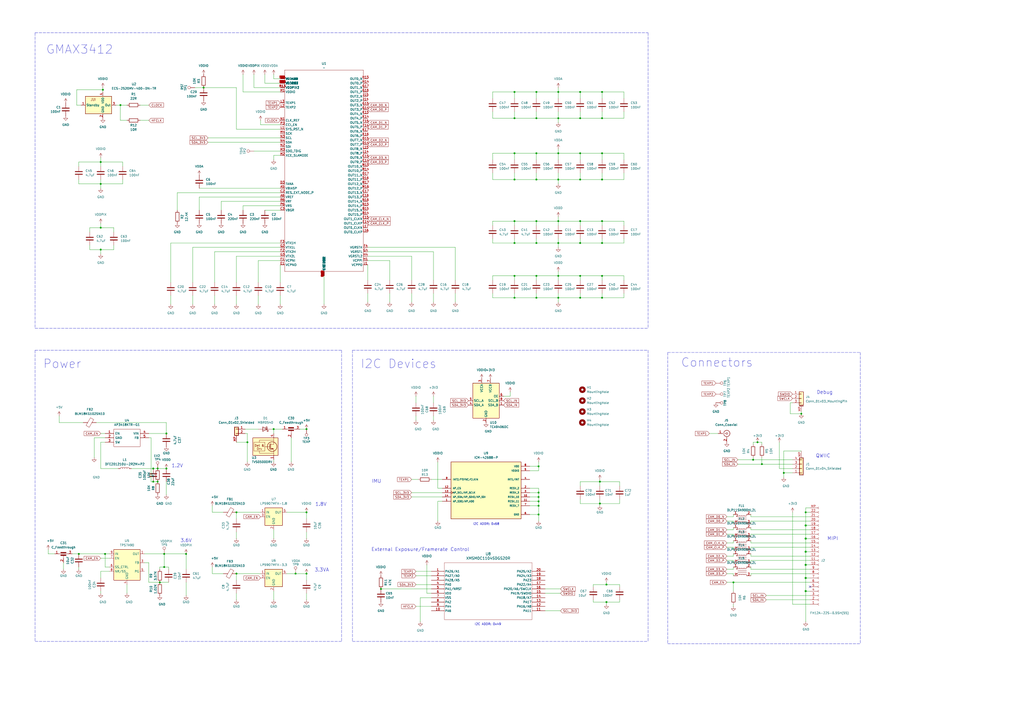
<source format=kicad_sch>
(kicad_sch (version 20231120) (generator "eeschema") (generator_version "8.0")
  (paper "A2")
  (title_block (title "GlobalEye") (date "2025-12-21") (rev "0.9") (company "WillWhang"))
  (lib_symbols
    (symbol "AP3418KTR-G1:AP3418KTR-G1" (pin_names (offset 0.762))
      (property "Reference" "PS" (at 21.59 7.62 0))
      (property "Value" "AP3418KTR-G1" (at 21.59 5.08 0))
      (symbol "AP3418KTR-G1_0_0"
        (pin passive line (at 0 0 0) (length 5.08) (name "EN") (number "1"))
        (pin passive line (at 0 -2.54 0) (length 5.08) (name "GND") (number "2"))
        (pin passive line (at 0 -5.08 0) (length 5.08) (name "SW") (number "3"))
        (pin passive line (at 25.4 0 180) (length 5.08) (name "VIN") (number "4"))
        (pin passive line (at 25.4 -2.54 180) (length 5.08) (name "FB") (number "5"))
      )
    )
    (symbol "Connector:Conn_01x22_Female" (pin_names hide)
      (property "Reference" "J2" (at -22.86 -29.21 0))
      (property "Value" "FH12A-22S-0.5SH(55)" (at -5.08 30.48 0))
      (symbol "Conn_01x22_Female_1_1"
        (pin passive line (at -5.08 25.4 0) (length 3.81) (name "Pin_1") (number "1"))
        (pin passive line (at -5.08 2.54 0) (length 3.81) (name "Pin_10") (number "10"))
        (pin passive line (at -5.08 0 0) (length 3.81) (name "Pin_11") (number "11"))
        (pin passive line (at -5.08 -2.54 0) (length 3.81) (name "Pin_12") (number "12"))
        (pin passive line (at -5.08 -5.08 0) (length 3.81) (name "Pin_13") (number "13"))
        (pin passive line (at -5.08 -7.62 0) (length 3.81) (name "Pin_14") (number "14"))
        (pin passive line (at -5.08 -10.16 0) (length 3.81) (name "Pin_15") (number "15"))
        (pin passive line (at -5.08 -12.7 0) (length 3.81) (name "Pin_16") (number "16"))
        (pin passive line (at -5.08 -15.24 0) (length 3.81) (name "Pin_17") (number "17"))
        (pin passive line (at -5.08 -17.78 0) (length 3.81) (name "Pin_18") (number "18"))
        (pin passive line (at -5.08 -20.32 0) (length 3.81) (name "Pin_19") (number "19"))
        (pin passive line (at -5.08 22.86 0) (length 3.81) (name "Pin_2") (number "2"))
        (pin passive line (at -5.08 -22.86 0) (length 3.81) (name "Pin_20") (number "20"))
        (pin passive line (at -5.08 -25.4 0) (length 3.81) (name "Pin_21") (number "21"))
        (pin passive line (at -5.08 -27.94 0) (length 3.81) (name "Pin_22") (number "22"))
        (pin passive line (at -5.08 20.32 0) (length 3.81) (name "Pin_3") (number "3"))
        (pin passive line (at -5.08 17.78 0) (length 3.81) (name "Pin_4") (number "4"))
        (pin passive line (at -5.08 15.24 0) (length 3.81) (name "Pin_5") (number "5"))
        (pin passive line (at -5.08 12.7 0) (length 3.81) (name "Pin_6") (number "6"))
        (pin passive line (at -5.08 10.16 0) (length 3.81) (name "Pin_7") (number "7"))
        (pin passive line (at -5.08 7.62 0) (length 3.81) (name "Pin_8") (number "8"))
        (pin passive line (at -5.08 5.08 0) (length 3.81) (name "Pin_9") (number "9"))
        (pin passive line (at -5.08 -30.48 0) (length 3.81) (name "MP") (number "MP"))
      )
    )
    (symbol "Connector:Conn_Coaxial" (pin_names (offset 1.016) hide)
      (property "Reference" "J" (at 0.254 3.048 0))
      (property "Value" "Conn_Coaxial" (at 2.921 0 90))
      (symbol "Conn_Coaxial_1_1"
        (pin passive line (at -5.08 0 0) (length 2.54) (name "In") (number "1"))
        (pin passive line (at 0 -5.08 90) (length 2.54) (name "Ext") (number "2"))
      )
    )
    (symbol "Connector:TestPoint" (pin_numbers hide) (pin_names (offset 0.762) hide)
      (property "Reference" "TP" (at 0 6.858 0))
      (property "Value" "TestPoint" (at 0 5.08 0))
      (symbol "TestPoint_1_1"
        (pin passive line (at 0 0 90) (length 2.54) (name "1") (number "1"))
      )
    )
    (symbol "Connector_Generic_MountingPin:Conn_01x03_MountingPin" (pin_names (offset 1.016) hide)
      (property "Reference" "J" (at 0 5.08 0))
      (property "Value" "Conn_01x03_MountingPin" (at 1.27 -5.08 0))
      (symbol "Conn_01x03_MountingPin_1_1"
        (text "Mounting" (at 0 -4.191 0) (effects (font (size 0.381 0.381))))
        (pin passive line (at -5.08 2.54 0) (length 3.81) (name "Pin_1") (number "1"))
        (pin passive line (at -5.08 0 0) (length 3.81) (name "Pin_2") (number "2"))
        (pin passive line (at -5.08 -2.54 0) (length 3.81) (name "Pin_3") (number "3"))
        (pin passive line (at 0 -7.62 90) (length 3.048) (name "MountPin") (number "MP"))
      )
    )
    (symbol "Connector_Generic_Shielded:Conn_01x02_Shielded" (pin_names (offset 1.016) hide)
      (property "Reference" "J?" (at 2.54 0.0001 0))
      (property "Value" "Conn_01x02_Shielded" (at 2.54 -2.5399 0))
      (symbol "Conn_01x02_Shielded_1_1"
        (pin passive line (at -5.08 0 0) (length 4.064) (name "Pin_1") (number "1"))
        (pin passive line (at -5.08 -2.54 0) (length 4.064) (name "Pin_2") (number "2"))
        (pin passive line (at 0 -7.62 90) (length 3.81) (name "Shield") (number "MP"))
      )
    )
    (symbol "Connector_Generic_Shielded:Conn_01x04_Shielded" (pin_names (offset 1.016) hide)
      (property "Reference" "J?" (at 2.54 0.0001 0))
      (property "Value" "Conn_01x04_Shielded" (at 2.54 -2.5399 0))
      (symbol "Conn_01x04_Shielded_1_1"
        (pin passive line (at -5.08 2.54 0) (length 4.064) (name "Pin_1") (number "1"))
        (pin passive line (at -5.08 0 0) (length 4.064) (name "Pin_2") (number "2"))
        (pin passive line (at -5.08 -2.54 0) (length 4.064) (name "Pin_3") (number "3"))
        (pin passive line (at -5.08 -5.08 0) (length 4.064) (name "Pin_4") (number "4"))
        (pin passive line (at 0 -10.16 90) (length 3.81) (name "Shield") (number "MP"))
      )
    )
    (symbol "Device:C" (pin_numbers hide) (pin_names (offset 0.254))
      (property "Reference" "C" (at 0.635 2.54 0))
      (property "Value" "C" (at 0.635 -2.54 0))
      (symbol "C_1_1"
        (pin passive line (at 0 3.81 270) (length 2.794) (name "~") (number "1"))
        (pin passive line (at 0 -3.81 90) (length 2.794) (name "~") (number "2"))
      )
    )
    (symbol "Device:C_Feedthrough" (pin_names (offset 0.254) hide)
      (property "Reference" "C" (at 0 7.62 0))
      (property "Value" "C_Feedthrough" (at 0 5.715 0))
      (symbol "C_Feedthrough_1_1"
        (pin passive line (at -5.08 2.54 0) (length 2.54) (name "1") (number "1"))
        (pin passive line (at 0 -2.54 90) (length 2.54) (name "2") (number "2"))
        (pin passive line (at 5.08 2.54 180) (length 2.54) (name "3") (number "3"))
      )
    )
    (symbol "Device:FerriteBead" (pin_numbers hide) (pin_names (offset 0))
      (property "Reference" "FB" (at -3.81 0.635 90))
      (property "Value" "FerriteBead" (at 3.81 0 90))
      (symbol "FerriteBead_1_1"
        (pin passive line (at 0 3.81 270) (length 2.54) (name "~") (number "1"))
        (pin passive line (at 0 -3.81 90) (length 2.54) (name "~") (number "2"))
      )
    )
    (symbol "Device:L" (pin_numbers hide) (pin_names (offset 1.016) hide)
      (property "Reference" "L" (at -1.27 0 90))
      (property "Value" "L" (at 1.905 0 90))
      (symbol "L_1_1"
        (pin passive line (at 0 3.81 270) (length 1.27) (name "1") (number "1"))
        (pin passive line (at 0 -3.81 90) (length 1.27) (name "2") (number "2"))
      )
    )
    (symbol "Device:R" (pin_numbers hide) (pin_names (offset 0))
      (property "Reference" "R" (at 2.032 0 90))
      (property "Value" "R" (at 0 0 90))
      (symbol "R_1_1"
        (pin passive line (at 0 3.81 270) (length 1.27) (name "~") (number "1"))
        (pin passive line (at 0 -3.81 90) (length 1.27) (name "~") (number "2"))
      )
    )
    (symbol "Diode:MBR0540" (pin_numbers hide) (pin_names (offset 1.016) hide)
      (property "Reference" "D" (at 0 2.54 0))
      (property "Value" "MBR0540" (at 0 -2.54 0))
      (symbol "MBR0540_1_1"
        (pin passive line (at -3.81 0 0) (length 2.54) (name "K") (number "1"))
        (pin passive line (at 3.81 0 180) (length 2.54) (name "A") (number "2"))
      )
    )
    (symbol "Filter_EMI_LL_1" (pin_names (offset 0.254) hide)
      (property "Reference" "FL1" (at -0.381 7.62 0))
      (property "Value" "Filter_EMI_LL_1" (at -0.381 5.08 0))
      (symbol "Filter_EMI_LL_1_1_1"
        (pin passive line (at -5.08 2.54 0) (length 2.54) (name "1") (number "1"))
        (pin passive line (at 5.08 2.54 180) (length 2.54) (name "2") (number "2"))
        (pin passive line (at 5.08 -2.54 180) (length 2.54) (name "3") (number "3"))
        (pin passive line (at -5.08 -2.54 0) (length 2.54) (name "4") (number "4"))
      )
    )
    (symbol "GMAX3412:gmax3412"
      (property "Reference" "U1" (at 0 60.96 0))
      (property "Value" "~" (at 0 58.42 0))
      (symbol "gmax3412_1_1"
        (pin input line (at -25.4 49.53 0) (length 2.54) (name "VDDD4") (number "A10"))
        (pin input line (at -25.4 52.07 0) (length 2.54) (name "VDDA3") (number "A11"))
        (pin input line (at -25.4 49.53 0) (length 2.54) (name "VDDD5") (number "A12"))
        (pin input line (at -25.4 46.99 0) (length 2.54) (name "VDDPIX1") (number "A13"))
        (pin input line (at -25.4 52.07 0) (length 2.54) (name "VDDA4") (number "A14"))
        (pin input line (at -25.4 52.07 0) (length 2.54) (name "VDDA1") (number "A3"))
        (pin input line (at -25.4 49.53 0) (length 2.54) (name "VDDD1") (number "A4"))
        (pin input line (at -25.4 -11.43 0) (length 2.54) (name "VBIASP") (number "A5"))
        (pin input line (at -25.4 -16.51 0) (length 2.54) (name "VREF") (number "A6"))
        (pin input line (at -25.4 49.53 0) (length 2.54) (name "VDDD2") (number "A7"))
        (pin input line (at -25.4 52.07 0) (length 2.54) (name "VDDA2") (number "A8"))
        (pin input line (at -25.4 49.53 0) (length 2.54) (name "VDDD3") (number "A9"))
        (pin input line (at 0 -62.23 90) (length 2.54) (name "GNDD3") (number "B10"))
        (pin input line (at 0 -62.23 90) (length 2.54) hide (name "GNDA3") (number "B11"))
        (pin input line (at -25.4 49.53 0) (length 2.54) (name "VDDD7") (number "B12"))
        (pin input line (at 0 -62.23 90) (length 2.54) (name "GNDPIX1") (number "B13"))
        (pin input line (at 25.4 -26.67 180) (length 2.54) (name "OUT15_P") (number "B14"))
        (pin input line (at 25.4 -24.13 180) (length 2.54) (name "OUT15_N") (number "B15"))
        (pin input line (at 0 -62.23 90) (length 2.54) hide (name "GNDA1") (number "B3"))
        (pin input line (at 0 -62.23 90) (length 2.54) (name "GNDD1") (number "B4"))
        (pin input line (at 0 -62.23 90) (length 2.54) (name "GNDD2") (number "B7"))
        (pin input line (at 0 -62.23 90) (length 2.54) hide (name "GNDA2") (number "B8"))
        (pin input line (at -25.4 49.53 0) (length 2.54) (name "VDDD6") (number "B9"))
        (pin input line (at 0 -62.23 90) (length 2.54) hide (name "GNDA4") (number "C1"))
        (pin input line (at -25.4 49.53 0) (length 2.54) (name "VDDD9") (number "C10"))
        (pin input line (at 0 -62.23 90) (length 2.54) (name "GNDD5") (number "C12"))
        (pin input line (at 25.4 3.81 180) (length 2.54) (name "OUT9_P") (number "C14"))
        (pin input line (at 25.4 6.35 180) (length 2.54) (name "OUT9_N") (number "C15"))
        (pin input line (at 25.4 -16.51 180) (length 2.54) (name "OUT13_P") (number "C16"))
        (pin input line (at 25.4 -13.97 180) (length 2.54) (name "OUT13_N") (number "C17"))
        (pin input line (at -25.4 -13.97 0) (length 2.54) (name "RES_EXT_NODE_P") (number "C2"))
        (pin input line (at -25.4 -24.13 0) (length 2.54) (name "VBGR") (number "C3"))
        (pin input line (at -25.4 49.53 0) (length 2.54) (name "VDDD8") (number "C7"))
        (pin input line (at 0 -62.23 90) (length 2.54) (name "GNDD4") (number "C9"))
        (pin input line (at -25.4 52.07 0) (length 2.54) (name "VDDA5") (number "D1"))
        (pin input line (at 0 -62.23 90) (length 2.54) (name "GNDD8") (number "D10"))
        (pin input line (at 0 -62.23 90) (length 2.54) (name "GNDD9") (number "D12"))
        (pin input line (at 25.4 13.97 180) (length 2.54) (name "OUT7_P") (number "D14"))
        (pin input line (at 25.4 16.51 180) (length 2.54) (name "OUT7_N") (number "D15"))
        (pin input line (at 25.4 -6.35 180) (length 2.54) (name "OUT11_P") (number "D16"))
        (pin input line (at 25.4 -3.81 180) (length 2.54) (name "OUT11_N") (number "D17"))
        (pin input line (at 0 -62.23 90) (length 2.54) hide (name "GNDA5") (number "D2"))
        (pin input line (at -25.4 -8.89 0) (length 2.54) (name "TANA") (number "D3"))
        (pin input line (at 0 -62.23 90) (length 2.54) (name "GNDD6") (number "D7"))
        (pin input line (at 0 -62.23 90) (length 2.54) (name "GNDD7") (number "D9"))
        (pin input line (at -25.4 -55.88 0) (length 2.54) (name "VCPNO") (number "E1"))
        (pin input line (at 25.4 -31.75 180) (length 2.54) (name "OUT1_CLKP") (number "E14"))
        (pin input line (at 25.4 -29.21 180) (length 2.54) (name "OUT1_CLKN") (number "E15"))
        (pin input line (at 0 -62.23 90) (length 2.54) (name "GNDD10") (number "E16"))
        (pin input line (at -25.4 49.53 0) (length 2.54) (name "VDDD10") (number "E17"))
        (pin input line (at 0 -62.23 90) (length 2.54) hide (name "GNDA6") (number "E2"))
        (pin input line (at -25.4 52.07 0) (length 2.54) (name "VDDA6") (number "E3"))
        (pin input line (at 0 -62.23 90) (length 2.54) hide (name "GNDA7") (number "E4"))
        (pin input line (at -25.4 -53.34 0) (length 2.54) (name "VCPNI") (number "F1"))
        (pin input line (at 25.4 24.13 180) (length 2.54) (name "OUT5_P") (number "F14"))
        (pin input line (at 25.4 26.67 180) (length 2.54) (name "OUT5_N") (number "F15"))
        (pin input line (at 0 -62.23 90) (length 2.54) (name "GNDD11") (number "F16"))
        (pin input line (at -25.4 49.53 0) (length 2.54) (name "VDDD11") (number "F17"))
        (pin input line (at -25.4 -48.26 0) (length 2.54) (name "VTX2H") (number "F2"))
        (pin input line (at -25.4 -43.18 0) (length 2.54) (name "VTX1H") (number "F3"))
        (pin input line (at 25.4 -45.72 180) (length 2.54) (name "VGRSTH") (number "F4"))
        (pin input line (at -25.4 52.07 0) (length 2.54) (name "VDDA7") (number "G1"))
        (pin input line (at 25.4 34.29 180) (length 2.54) (name "OUT3_P") (number "G14"))
        (pin input line (at 25.4 36.83 180) (length 2.54) (name "OUT3_N") (number "G15"))
        (pin input line (at 25.4 44.45 180) (length 2.54) (name "OUT1_P") (number "G16"))
        (pin input line (at 25.4 46.99 180) (length 2.54) (name "OUT1_N") (number "G17"))
        (pin input line (at -25.4 -45.72 0) (length 2.54) (name "VTX1L") (number "G2"))
        (pin input line (at -25.4 -50.8 0) (length 2.54) (name "VTX2L") (number "G3"))
        (pin input line (at 25.4 -48.26 180) (length 2.54) (name "VGRSTL") (number "G4"))
        (pin input line (at 25.4 -53.34 180) (length 2.54) (name "VCPPI") (number "H1"))
        (pin input line (at 25.4 49.53 180) (length 2.54) (name "OUT0_P") (number "H14"))
        (pin input line (at 25.4 52.07 180) (length 2.54) (name "OUT0_N") (number "H15"))
        (pin input line (at 0 -62.23 90) (length 2.54) (name "GNDD12") (number "H16"))
        (pin input line (at -25.4 49.53 0) (length 2.54) (name "VDDD12") (number "H17"))
        (pin input line (at 25.4 -50.8 180) (length 2.54) (name "VGRSTL2") (number "H4"))
        (pin input line (at 25.4 -55.88 180) (length 2.54) (name "VCPPO") (number "J1"))
        (pin input line (at 25.4 39.37 180) (length 2.54) (name "OUT2_P") (number "J14"))
        (pin input line (at 25.4 41.91 180) (length 2.54) (name "OUT2_N") (number "J15"))
        (pin input line (at 0 -62.23 90) (length 2.54) (name "GNDD13") (number "J16"))
        (pin input line (at -25.4 49.53 0) (length 2.54) (name "VDDD13") (number "J17"))
        (pin input line (at 0 -62.23 90) (length 2.54) hide (name "GNDA8") (number "J2"))
        (pin input line (at -25.4 52.07 0) (length 2.54) (name "VDDA8") (number "J3"))
        (pin input line (at 0 -62.23 90) (length 2.54) hide (name "GNDA9") (number "J4"))
        (pin input line (at 0 -62.23 90) (length 2.54) hide (name "GNDA10") (number "K1"))
        (pin input line (at 25.4 29.21 180) (length 2.54) (name "OUT4_P") (number "K14"))
        (pin input line (at 25.4 31.75 180) (length 2.54) (name "OUT4_N") (number "K15"))
        (pin input line (at 25.4 19.05 180) (length 2.54) (name "OUT6_P") (number "K16"))
        (pin input line (at 25.4 21.59 180) (length 2.54) (name "OUT6_N") (number "K17"))
        (pin input line (at -25.4 52.07 0) (length 2.54) (name "VDDA9") (number "K3"))
        (pin input line (at 0 -62.23 90) (length 2.54) hide (name "GNDA11") (number "K4"))
        (pin input line (at -25.4 22.86 0) (length 2.54) (name "SYS_RST_N") (number "L1"))
        (pin input line (at 25.4 8.89 180) (length 2.54) (name "OUT8_P") (number "L14"))
        (pin input line (at 25.4 11.43 180) (length 2.54) (name "OUT8_N") (number "L15"))
        (pin input line (at 25.4 -36.83 180) (length 2.54) (name "OUT0_CLKP") (number "L16"))
        (pin input line (at 25.4 -34.29 180) (length 2.54) (name "OUT0_CLKN") (number "L17"))
        (pin input line (at -25.4 35.56 0) (length 2.54) (name "TEXP2") (number "L2"))
        (pin input line (at -25.4 38.1 0) (length 2.54) (name "TEXP1") (number "L3"))
        (pin input line (at -25.4 44.45 0) (length 2.54) (name "VDDIO") (number "M1"))
        (pin input line (at 0 -62.23 90) (length 2.54) (name "GNDD16") (number "M10"))
        (pin input line (at 0 -62.23 90) (length 2.54) (name "GNDD17") (number "M12"))
        (pin input line (at 25.4 -1.27 180) (length 2.54) (name "OUT10_P") (number "M14"))
        (pin input line (at 25.4 1.27 180) (length 2.54) (name "OUT10_N") (number "M15"))
        (pin input line (at 25.4 -11.43 180) (length 2.54) (name "OUT12_P") (number "M16"))
        (pin input line (at 25.4 -8.89 180) (length 2.54) (name "OUT12_N") (number "M17"))
        (pin input line (at -25.4 7.62 0) (length 2.54) (name "XCE_SLAMODE") (number "M2"))
        (pin input line (at -25.4 10.16 0) (length 2.54) (name "SDO_TDIG") (number "M3"))
        (pin input line (at -25.4 20.32 0) (length 2.54) (name "SCK") (number "M4"))
        (pin input line (at 0 -62.23 90) (length 2.54) (name "GNDD14") (number "M7"))
        (pin input line (at 0 -62.23 90) (length 2.54) (name "GNDD15") (number "M9"))
        (pin input line (at -25.4 27.94 0) (length 2.54) (name "CLK_REF") (number "N1"))
        (pin input line (at -25.4 49.53 0) (length 2.54) (name "VDDD15") (number "N10"))
        (pin input line (at 0 -62.23 90) (length 2.54) (name "GNDD20") (number "N12"))
        (pin input line (at 0 -62.23 90) (length 2.54) hide (name "GNDA12") (number "N14"))
        (pin input line (at 25.4 -21.59 180) (length 2.54) (name "OUT14_P") (number "N15"))
        (pin input line (at 25.4 -19.05 180) (length 2.54) (name "OUT14_N") (number "N16"))
        (pin input line (at -25.4 12.7 0) (length 2.54) (name "SDI") (number "N2"))
        (pin input line (at -25.4 17.78 0) (length 2.54) (name "SCL") (number "N3"))
        (pin input line (at -25.4 15.24 0) (length 2.54) (name "SDA") (number "N4"))
        (pin input line (at 0 -62.23 90) (length 2.54) (name "GNDD18") (number "N5"))
        (pin input line (at -25.4 49.53 0) (length 2.54) (name "VDDD14") (number "N7"))
        (pin input line (at 0 -62.23 90) (length 2.54) (name "GNDD19") (number "N9"))
        (pin input line (at 0 -62.23 90) (length 2.54) (name "GNDD22") (number "P10"))
        (pin input line (at 0 -62.23 90) (length 2.54) hide (name "GNDA15") (number "P11"))
        (pin input line (at -25.4 49.53 0) (length 2.54) (name "VDDD18") (number "P12"))
        (pin input line (at 0 -62.23 90) (length 2.54) (name "GNDPIX2") (number "P13"))
        (pin input line (at 0 -62.23 90) (length 2.54) hide (name "GNDA16") (number "P14"))
        (pin input line (at 0 -62.23 90) (length 2.54) (name "GNDD23") (number "P15"))
        (pin input line (at -25.4 25.4 0) (length 2.54) (name "CCI_EN") (number "P3"))
        (pin input line (at 0 -62.23 90) (length 2.54) hide (name "GNDA13") (number "P4"))
        (pin input line (at -25.4 49.53 0) (length 2.54) (name "VDDD16") (number "P5"))
        (pin input line (at -25.4 -21.59 0) (length 2.54) (name "VRS") (number "P6"))
        (pin input line (at 0 -62.23 90) (length 2.54) (name "GNDD21") (number "P7"))
        (pin input line (at 0 -62.23 90) (length 2.54) hide (name "GNDA14") (number "P8"))
        (pin input line (at -25.4 49.53 0) (length 2.54) (name "VDDD17") (number "P9"))
        (pin input line (at -25.4 49.53 0) (length 2.54) (name "VDDD21") (number "R10"))
        (pin input line (at -25.4 52.07 0) (length 2.54) (name "VDDA13") (number "R11"))
        (pin input line (at -25.4 49.53 0) (length 2.54) (name "VDDD22") (number "R12"))
        (pin input line (at -25.4 46.99 0) (length 2.54) (name "VDDPIX2") (number "R13"))
        (pin input line (at -25.4 52.07 0) (length 2.54) (name "VDDA14") (number "R14"))
        (pin input line (at -25.4 49.53 0) (length 2.54) (name "VDDD23") (number "R15"))
        (pin input line (at 0 -62.23 90) (length 2.54) (name "GNDD24") (number "R3"))
        (pin input line (at -25.4 52.07 0) (length 2.54) (name "VDDA10") (number "R4"))
        (pin input line (at -25.4 52.07 0) (length 2.54) (name "VDDA11") (number "R5"))
        (pin input line (at -25.4 -19.05 0) (length 2.54) (name "VRF") (number "R6"))
        (pin input line (at -25.4 49.53 0) (length 2.54) (name "VDDD19") (number "R7"))
        (pin input line (at -25.4 52.07 0) (length 2.54) (name "VDDA12") (number "R8"))
        (pin input line (at -25.4 49.53 0) (length 2.54) (name "VDDD20") (number "R9"))
      )
    )
    (symbol "ICM-42688-P:ICM-42688-P" (pin_names (offset 1.016))
      (property "Reference" "U" (at -20.32 16.002 0))
      (property "Value" "ICM-42688-P" (at -20.32 -20.32 0))
      (symbol "ICM-42688-P_0_0"
        (pin bidirectional line (at -25.4 -7.62 0) (length 5.08) (name "AP_SDO/AP_AD0") (number "1"))
        (pin passive line (at 25.4 -5.08 180) (length 5.08) (name "RESV_10") (number "10"))
        (pin passive line (at 25.4 -7.62 180) (length 5.08) (name "RESV_11") (number "11"))
        (pin input line (at -25.4 0 0) (length 5.08) (name "AP_CS") (number "12"))
        (pin input clock (at -25.4 -2.54 0) (length 5.08) (name "AP_SCL/AP_SCLK") (number "13"))
        (pin bidirectional line (at -25.4 -5.08 0) (length 5.08) (name "AP_SDA/AP_SDIO/AP_SDI") (number "14"))
        (pin passive line (at 25.4 0 180) (length 5.08) (name "RESV_2") (number "2"))
        (pin passive line (at 25.4 -2.54 180) (length 5.08) (name "RESV_3") (number "3"))
        (pin output line (at 25.4 5.08 180) (length 5.08) (name "INT1/INT") (number "4"))
        (pin power_in line (at 25.4 10.16 180) (length 5.08) (name "VDDIO") (number "5"))
        (pin power_in line (at 25.4 -15.24 180) (length 5.08) (name "GND") (number "6"))
        (pin passive line (at 25.4 -10.16 180) (length 5.08) (name "RESV_7") (number "7"))
        (pin power_in line (at 25.4 12.7 180) (length 5.08) (name "VDD") (number "8"))
        (pin bidirectional line (at -25.4 5.08 0) (length 5.08) (name "INT2/FSYNC/CLKIN") (number "9"))
      )
    )
    (symbol "Interface:TCA9406DC"
      (property "Reference" "U" (at -7.62 11.43 0))
      (property "Value" "TCA9406DC" (at 5.08 11.43 0))
      (symbol "TCA9406DC_1_1"
        (pin bidirectional line (at 10.16 -2.54 180) (length 2.54) (name "SDA_B") (number "1"))
        (pin power_in line (at 0 -12.7 90) (length 2.54) (name "GND") (number "2"))
        (pin power_in line (at -2.54 12.7 270) (length 2.54) (name "VCCA") (number "3"))
        (pin bidirectional line (at -10.16 -2.54 0) (length 2.54) (name "SDA_A") (number "4"))
        (pin bidirectional line (at -10.16 0 0) (length 2.54) (name "SCL_A") (number "5"))
        (pin input line (at 10.16 2.54 180) (length 2.54) (name "OE") (number "6"))
        (pin power_in line (at 2.54 12.7 270) (length 2.54) (name "VCCB") (number "7"))
        (pin bidirectional line (at 10.16 0 180) (length 2.54) (name "SCL_B") (number "8"))
      )
    )
    (symbol "MSM0C1104:XMSM0C1104SDGS20R" (pin_names (offset 0.254))
      (property "Reference" "U" (at 33.02 10.16 0))
      (property "Value" "XMSM0C1104SDGS20R" (at 33.02 7.62 0))
      (symbol "XMSM0C1104SDGS20R_0_1"
        (pin bidirectional line (at 0 0 0) (length 7.62) (name "PA26/A1") (number "1"))
        (pin bidirectional line (at 0 -22.86 0) (length 7.62) (name "PA6") (number "10"))
        (pin bidirectional line (at 66.04 -22.86 180) (length 7.62) (name "PA11") (number "11"))
        (pin bidirectional line (at 66.04 -20.32 180) (length 7.62) (name "PA16/A8") (number "12"))
        (pin bidirectional line (at 66.04 -17.78 180) (length 7.62) (name "PA17") (number "13"))
        (pin bidirectional line (at 66.04 -15.24 180) (length 7.62) (name "PA18/A7") (number "14"))
        (pin bidirectional line (at 66.04 -12.7 180) (length 7.62) (name "PA19/SWDIO") (number "15"))
        (pin bidirectional line (at 66.04 -10.16 180) (length 7.62) (name "PA20/A6/SWCLK") (number "16"))
        (pin bidirectional line (at 66.04 -7.62 180) (length 7.62) (name "PA22/A4") (number "17"))
        (pin bidirectional line (at 66.04 -5.08 180) (length 7.62) (name "PA23") (number "18"))
        (pin bidirectional line (at 66.04 -2.54 180) (length 7.62) (name "PA24/A3") (number "19"))
        (pin bidirectional line (at 0 -2.54 0) (length 7.62) (name "PA27/A0") (number "2"))
        (pin bidirectional line (at 66.04 0 180) (length 7.62) (name "PA25/A2") (number "20"))
        (pin bidirectional line (at 0 -5.08 0) (length 7.62) (name "PA28/A5") (number "3"))
        (pin bidirectional line (at 0 -7.62 0) (length 7.62) (name "PA0") (number "4"))
        (pin bidirectional line (at 0 -10.16 0) (length 7.62) (name "PA1/NRST") (number "5"))
        (pin power_in line (at 0 -12.7 0) (length 7.62) (name "VDD") (number "6"))
        (pin power_out line (at 0 -15.24 0) (length 7.62) (name "VSS") (number "7"))
        (pin bidirectional line (at 0 -17.78 0) (length 7.62) (name "PA2") (number "8"))
        (pin bidirectional line (at 0 -20.32 0) (length 7.62) (name "PA4") (number "9"))
      )
    )
    (symbol "Mechanical:MountingHole" (pin_names (offset 1.016))
      (property "Reference" "H" (at 0 5.08 0))
      (property "Value" "MountingHole" (at 0 3.175 0))
    )
    (symbol "Oscillator:ASDMB-xxxMHz"
      (property "Reference" "U" (at -6.35 6.35 0))
      (property "Value" "ASDMB-xxxMHz" (at 11.43 6.35 0))
      (symbol "ASDMB-xxxMHz_1_1"
        (pin input line (at -10.16 0 0) (length 2.54) (name "Standby") (number "1"))
        (pin power_in line (at 2.54 -7.62 90) (length 2.54) (name "GND") (number "2"))
        (pin output line (at 10.16 0 180) (length 2.54) (name "Out") (number "3"))
        (pin power_in line (at 2.54 7.62 270) (length 2.54) (name "VDD") (number "4"))
      )
    )
    (symbol "Power_Protection:TVS0500DRV" (pin_names (offset 0) hide)
      (property "Reference" "U" (at 2.54 1.27 0))
      (property "Value" "TVS0500DRV" (at 2.54 -1.27 0))
      (symbol "TVS0500DRV_0_0"
        (text "Det &" (at -8.255 0.635 0) (effects (font (size 1.27 1.27))))
        (text "Drv" (at -8.255 -1.27 0) (effects (font (size 1.27 1.27))))
      )
      (symbol "TVS0500DRV_1_1"
        (pin power_in line (at 0 -7.62 90) (length 2.54) (name "GND") (number "1"))
        (pin power_in line (at 0 -7.62 90) (length 2.54) hide (name "GND") (number "2"))
        (pin power_in line (at 0 -7.62 90) (length 2.54) hide (name "GND") (number "3"))
        (pin passive line (at 0 7.62 270) (length 2.54) (name "IN") (number "4"))
        (pin passive line (at 0 7.62 270) (length 2.54) hide (name "IN") (number "5"))
        (pin passive line (at 0 7.62 270) (length 2.54) hide (name "IN") (number "6"))
        (pin power_in line (at 0 -7.62 90) (length 2.54) hide (name "GND") (number "7"))
      )
    )
    (symbol "Regulator_Linear:LP5907MFX-3.3"
      (property "Reference" "U" (at -3.81 6.35 0))
      (property "Value" "LP5907MFX-3.3" (at 6.35 6.35 0))
      (symbol "LP5907MFX-3.3_0_1"
        (pin power_in line (at -7.62 2.54 0) (length 2.54) (name "IN") (number "1"))
        (pin power_in line (at 0 -7.62 90) (length 2.54) (name "GND") (number "2"))
        (pin input line (at -7.62 0 0) (length 2.54) (name "EN") (number "3"))
        (pin no_connect line (at 5.08 0 180) (length 2.54) hide (name "NC") (number "4"))
        (pin power_out line (at 7.62 2.54 180) (length 2.54) (name "OUT") (number "5"))
      )
    )
    (symbol "Regulator_Linear:TPS7A90"
      (property "Reference" "U" (at -6.35 11.43 0))
      (property "Value" "TPS7A90" (at 3.81 11.43 0))
      (symbol "TPS7A90_1_1"
        (pin power_out line (at 10.16 7.62 180) (length 2.54) (name "OUT") (number "1"))
        (pin passive line (at -10.16 7.62 0) (length 2.54) hide (name "IN") (number "10"))
        (pin passive line (at 0 -10.16 90) (length 2.54) hide (name "GND") (number "11"))
        (pin passive line (at 10.16 7.62 180) (length 2.54) hide (name "OUT") (number "2"))
        (pin input line (at 10.16 2.54 180) (length 2.54) (name "FB") (number "3"))
        (pin power_in line (at 0 -10.16 90) (length 2.54) (name "GND") (number "4"))
        (pin open_collector line (at 10.16 -2.54 180) (length 2.54) (name "PG") (number "5"))
        (pin input line (at -10.16 0 0) (length 2.54) (name "SS_CTRL") (number "6"))
        (pin input line (at -10.16 5.08 0) (length 2.54) (name "EN") (number "7"))
        (pin passive line (at -10.16 -2.54 0) (length 2.54) (name "NR/SS") (number "8"))
        (pin power_in line (at -10.16 7.62 0) (length 2.54) (name "IN") (number "9"))
      )
    )
    (symbol "power:+3.3V" (power) (pin_names (offset 0))
      (property "Value" "+3.3V" (at 0 3.556 0))
      (symbol "+3.3V_1_1"
        (pin power_in line (at 0 0 90) (length 0) hide (name "+3V3") (number "1"))
      )
    )
    (symbol "power:+5V" (power) (pin_names (offset 0))
      (property "Value" "+5V" (at 0 3.556 0))
      (symbol "+5V_1_1"
        (pin power_in line (at 0 0 90) (length 0) hide (name "+5V") (number "1"))
      )
    )
    (symbol "power:GND" (power) (pin_numbers hide) (pin_names (offset 0) hide)
      (property "Value" "GND" (at 0 -3.81 0))
      (symbol "GND_1_1"
        (pin power_in line (at 0 0 270) (length 0) (name "~") (number "1"))
      )
    )
    (symbol "power:VDDA" (power) (pin_numbers hide) (pin_names (offset 0) hide)
      (property "Value" "VDDA" (at 0 3.556 0))
      (symbol "VDDA_1_1"
        (pin power_in line (at 0 0 90) (length 0) (name "~") (number "1"))
      )
    )
    (symbol "power:VDDD" (power) (pin_numbers hide) (pin_names (offset 0) hide)
      (property "Value" "VDDD" (at 0 3.556 0))
      (symbol "VDDD_1_1"
        (pin power_in line (at 0 0 90) (length 0) (name "~") (number "1"))
      )
    )
    (symbol "power:VDDIO" (power) (pin_numbers hide) (pin_names (offset 0) hide)
      (property "Value" "VDDIO" (at 0 3.556 0))
      (symbol "VDDIO_1_1"
        (pin power_in line (at 0 0 90) (length 0) (name "~") (number "1"))
      )
    )
    (symbol "power:VDDPIX" (power) (pin_numbers hide) (pin_names (offset 0) hide)
      (property "Value" "VDDPIX" (at 0 3.556 0))
      (symbol "VDDPIX_1_1"
        (pin power_in line (at 0 0 90) (length 0) (name "~") (number "1"))
      )
    )
  )
  (junction (at 336.55 172.72))
  (junction (at 60.96 321.31))
  (junction (at 58.42 144.78))
  (junction (at 349.25 68.58))
  (junction (at 58.42 132.08))
  (junction (at 220.98 341.63))
  (junction (at 96.52 271.78))
  (junction (at 88.9 271.78))
  (junction (at 467.36 297.18))
  (junction (at 349.25 88.9))
  (junction (at 336.55 140.97))
  (junction (at 464.82 240.03))
  (junction (at 58.42 106.68))
  (junction (at 467.36 335.28) (diameter 1.016))
  (junction (at 158.75 248.92))
  (junction (at 298.45 140.97))
  (junction (at 349.25 53.34))
  (junction (at 454.66 274.32))
  (junction (at 467.36 342.9) (diameter 1.016))
  (junction (at 311.15 68.58))
  (junction (at 312.42 270.51))
  (junction (at 69.85 60.96))
  (junction (at 177.8 332.74))
  (junction (at 177.8 248.92))
  (junction (at 298.45 128.27))
  (junction (at 311.15 53.34))
  (junction (at 298.45 104.14))
  (junction (at 171.45 332.74))
  (junction (at 467.36 327.66) (diameter 1.016))
  (junction (at 298.45 88.9))
  (junction (at 107.95 321.31))
  (junction (at 95.25 321.31))
  (junction (at 323.85 88.9))
  (junction (at 311.15 140.97))
  (junction (at 177.8 297.18))
  (junction (at 349.25 160.02))
  (junction (at 347.98 292.1))
  (junction (at 96.52 251.46))
  (junction (at 336.55 128.27))
  (junction (at 349.25 104.14))
  (junction (at 91.44 271.78))
  (junction (at 137.16 297.18))
  (junction (at 323.85 172.72))
  (junction (at 91.44 279.4))
  (junction (at 323.85 104.14))
  (junction (at 92.71 337.82))
  (junction (at 323.85 128.27))
  (junction (at 95.25 328.93))
  (junction (at 311.15 104.14))
  (junction (at 311.15 160.02))
  (junction (at 312.42 285.75))
  (junction (at 349.25 128.27))
  (junction (at 298.45 53.34))
  (junction (at 311.15 128.27))
  (junction (at 312.42 293.37))
  (junction (at 143.51 256.54))
  (junction (at 467.36 320.04) (diameter 1.016))
  (junction (at 349.25 172.72))
  (junction (at 58.42 93.98))
  (junction (at 336.55 68.58))
  (junction (at 436.88 266.7))
  (junction (at 439.42 256.54))
  (junction (at 467.36 304.8) (diameter 1.016))
  (junction (at 312.42 298.45))
  (junction (at 467.36 312.42) (diameter 1.016))
  (junction (at 59.69 52.07))
  (junction (at 118.11 50.8))
  (junction (at 323.85 68.58))
  (junction (at 349.25 140.97))
  (junction (at 351.79 339.09))
  (junction (at 311.15 88.9))
  (junction (at 441.96 269.24))
  (junction (at 311.15 172.72))
  (junction (at 298.45 172.72))
  (junction (at 312.42 290.83))
  (junction (at 336.55 104.14))
  (junction (at 425.45 337.82))
  (junction (at 323.85 53.34))
  (junction (at 347.98 279.4))
  (junction (at 336.55 160.02))
  (junction (at 323.85 140.97))
  (junction (at 88.9 279.4))
  (junction (at 298.45 160.02))
  (junction (at 351.79 349.25))
  (junction (at 312.42 288.29))
  (junction (at 323.85 160.02))
  (junction (at 45.72 321.31))
  (junction (at 336.55 88.9))
  (junction (at 137.16 332.74))
  (junction (at 336.55 53.34))
  (junction (at 298.45 68.58))
  (no_connect (at 469.9 340.36))
  (polyline (pts (xy 499.11 204.47) (xy 499.11 373.38)) (stroke (width 0) (type dash)))
  (wire (pts (xy 162.56 90.17) (xy 158.75 90.17)))
  (wire (pts (xy 285.75 92.71) (xy 285.75 88.9)))
  (wire (pts (xy 467.36 312.42) (xy 469.9 312.42)))
  (wire (pts (xy 336.55 140.97) (xy 336.55 138.43)))
  (wire (pts (xy 60.96 321.31) (xy 60.96 328.93)))
  (wire (pts (xy 425.45 317.5) (xy 425.45 318.77)))
  (wire (pts (xy 52.07 132.08) (xy 58.42 132.08)))
  (wire (pts (xy 425.45 330.2) (xy 425.45 328.93)))
  (wire (pts (xy 347.98 289.56) (xy 347.98 292.1)))
  (wire (pts (xy 323.85 86.36) (xy 323.85 88.9)))
  (wire (pts (xy 351.79 349.25) (xy 359.41 349.25)))
  (wire (pts (xy 441.96 256.54) (xy 441.96 257.81)))
  (wire (pts (xy 96.52 245.11) (xy 96.52 251.46)))
  (wire (pts (xy 421.64 309.88) (xy 425.45 309.88)))
  (wire (pts (xy 45.72 321.31) (xy 60.96 321.31)))
  (wire (pts (xy 58.42 342.9) (xy 58.42 344.17)))
  (wire (pts (xy 323.85 172.72) (xy 323.85 175.26)))
  (wire (pts (xy 349.25 140.97) (xy 349.25 138.43)))
  (wire (pts (xy 254 267.97) (xy 254 283.21)))
  (wire (pts (xy 123.19 297.18) (xy 123.19 293.37)))
  (wire (pts (xy 311.15 128.27) (xy 323.85 128.27)))
  (wire (pts (xy 323.85 104.14) (xy 336.55 104.14)))
  (wire (pts (xy 311.15 172.72) (xy 311.15 170.18)))
  (wire (pts (xy 285.75 172.72) (xy 285.75 170.18)))
  (wire (pts (xy 54.61 254) (xy 60.96 254)))
  (wire (pts (xy 58.42 144.78) (xy 66.04 144.78)))
  (wire (pts (xy 336.55 292.1) (xy 347.98 292.1)))
  (wire (pts (xy 137.16 297.18) (xy 137.16 300.99)))
  (wire (pts (xy 349.25 68.58) (xy 361.95 68.58)))
  (wire (pts (xy 336.55 160.02) (xy 349.25 160.02)))
  (wire (pts (xy 323.85 50.8) (xy 323.85 53.34)))
  (wire (pts (xy 347.98 292.1) (xy 359.41 292.1)))
  (wire (pts (xy 421.64 322.58) (xy 425.45 322.58)))
  (wire (pts (xy 137.16 297.18) (xy 151.13 297.18)))
  (wire (pts (xy 87.63 254) (xy 86.36 254)))
  (wire (pts (xy 349.25 53.34) (xy 349.25 57.15)))
  (wire (pts (xy 166.37 332.74) (xy 171.45 332.74)))
  (wire (pts (xy 285.75 64.77) (xy 285.75 68.58)))
  (wire (pts (xy 323.85 128.27) (xy 336.55 128.27)))
  (wire (pts (xy 292.1 229.87) (xy 295.91 229.87)))
  (wire (pts (xy 111.76 171.45) (xy 111.76 176.53)))
  (wire (pts (xy 86.36 326.39) (xy 86.36 337.82)))
  (wire (pts (xy 361.95 140.97) (xy 361.95 138.43)))
  (wire (pts (xy 298.45 140.97) (xy 311.15 140.97)))
  (wire (pts (xy 351.79 339.09) (xy 359.41 339.09)))
  (wire (pts (xy 250.19 344.17) (xy 247.65 344.17)))
  (wire (pts (xy 298.45 128.27) (xy 311.15 128.27)))
  (wire (pts (xy 323.85 68.58) (xy 323.85 71.12)))
  (wire (pts (xy 458.47 233.68) (xy 458.47 240.03)))
  (wire (pts (xy 467.36 304.8) (xy 469.9 304.8)))
  (wire (pts (xy 347.98 278.13) (xy 347.98 279.4)))
  (wire (pts (xy 58.42 144.78) (xy 58.42 147.32)))
  (wire (pts (xy 213.36 146.05) (xy 251.46 146.05)))
  (wire (pts (xy 435.61 307.34) (xy 435.61 306.07)))
  (wire (pts (xy 168.91 254) (xy 168.91 267.97)))
  (wire (pts (xy 336.55 64.77) (xy 336.55 68.58)))
  (wire (pts (xy 120.65 82.55) (xy 162.56 82.55)))
  (polyline (pts (xy 387.35 373.38) (xy 499.11 373.38)) (stroke (width 0) (type dash)))
  (wire (pts (xy 241.3 334.01) (xy 250.19 334.01)))
  (polyline (pts (xy 375.92 19.05) (xy 375.92 190.5)) (stroke (width 0) (type dash)))
  (wire (pts (xy 158.75 45.72) (xy 158.75 43.18)))
  (wire (pts (xy 349.25 64.77) (xy 349.25 68.58)))
  (wire (pts (xy 285.75 138.43) (xy 285.75 140.97)))
  (wire (pts (xy 92.71 328.93) (xy 95.25 328.93)))
  (wire (pts (xy 162.56 151.13) (xy 149.86 151.13)))
  (wire (pts (xy 140.97 43.18) (xy 140.97 53.34)))
  (wire (pts (xy 425.45 334.01) (xy 425.45 332.74)))
  (wire (pts (xy 63.5 328.93) (xy 60.96 328.93)))
  (wire (pts (xy 421.64 307.34) (xy 425.45 307.34)))
  (wire (pts (xy 349.25 100.33) (xy 349.25 104.14)))
  (wire (pts (xy 336.55 128.27) (xy 336.55 130.81)))
  (wire (pts (xy 298.45 100.33) (xy 298.45 104.14)))
  (wire (pts (xy 129.54 297.18) (xy 123.19 297.18)))
  (wire (pts (xy 361.95 92.71) (xy 361.95 88.9)))
  (wire (pts (xy 36.83 326.39) (xy 36.83 330.2)))
  (wire (pts (xy 158.75 248.92) (xy 163.83 248.92)))
  (wire (pts (xy 45.72 104.14) (xy 45.72 106.68)))
  (wire (pts (xy 311.15 128.27) (xy 311.15 130.81)))
  (wire (pts (xy 435.61 309.88) (xy 435.61 311.15)))
  (wire (pts (xy 312.42 273.05) (xy 312.42 270.51)))
  (wire (pts (xy 140.97 53.34) (xy 162.56 53.34)))
  (polyline (pts (xy 20.32 203.2) (xy 20.32 372.11)) (stroke (width 0) (type dash)))
  (wire (pts (xy 58.42 132.08) (xy 66.04 132.08)))
  (wire (pts (xy 58.42 256.54) (xy 58.42 271.78)))
  (wire (pts (xy 435.61 299.72) (xy 435.61 298.45)))
  (wire (pts (xy 307.34 293.37) (xy 312.42 293.37)))
  (wire (pts (xy 312.42 290.83) (xy 312.42 293.37)))
  (wire (pts (xy 250.19 346.71) (xy 243.84 346.71)))
  (wire (pts (xy 99.06 171.45) (xy 99.06 176.53)))
  (wire (pts (xy 264.16 143.51) (xy 264.16 162.56)))
  (wire (pts (xy 60.96 251.46) (xy 58.42 251.46)))
  (wire (pts (xy 312.42 288.29) (xy 312.42 290.83)))
  (wire (pts (xy 323.85 157.48) (xy 323.85 160.02)))
  (wire (pts (xy 316.23 344.17) (xy 325.12 344.17)))
  (wire (pts (xy 311.15 140.97) (xy 311.15 138.43)))
  (wire (pts (xy 83.82 326.39) (xy 86.36 326.39)))
  (wire (pts (xy 95.25 328.93) (xy 97.79 328.93)))
  (wire (pts (xy 251.46 241.3) (xy 251.46 243.84)))
  (polyline (pts (xy 24.13 190.5) (xy 375.92 190.5)) (stroke (width 0) (type dash)))
  (wire (pts (xy 311.15 88.9) (xy 323.85 88.9)))
  (wire (pts (xy 113.03 50.8) (xy 118.11 50.8)))
  (polyline (pts (xy 20.32 19.05) (xy 375.92 19.05)) (stroke (width 0) (type dash)))
  (wire (pts (xy 435.61 332.74) (xy 435.61 334.01)))
  (wire (pts (xy 298.45 138.43) (xy 298.45 140.97)))
  (wire (pts (xy 171.45 332.74) (xy 177.8 332.74)))
  (wire (pts (xy 435.61 302.26) (xy 469.9 302.26)))
  (wire (pts (xy 464.82 238.76) (xy 464.82 240.03)))
  (wire (pts (xy 467.36 320.04) (xy 469.9 320.04)))
  (wire (pts (xy 336.55 128.27) (xy 349.25 128.27)))
  (wire (pts (xy 421.64 299.72) (xy 425.45 299.72)))
  (wire (pts (xy 55.88 245.11) (xy 96.52 245.11)))
  (wire (pts (xy 238.76 170.18) (xy 238.76 175.26)))
  (wire (pts (xy 427.99 266.7) (xy 436.88 266.7)))
  (wire (pts (xy 467.36 342.9) (xy 467.36 360.68)))
  (wire (pts (xy 41.91 321.31) (xy 45.72 321.31)))
  (wire (pts (xy 45.72 328.93) (xy 45.72 330.2)))
  (polyline (pts (xy 198.12 372.11) (xy 20.32 372.11)) (stroke (width 0) (type dash)))
  (wire (pts (xy 467.36 335.28) (xy 469.9 335.28)))
  (wire (pts (xy 149.86 151.13) (xy 149.86 163.83)))
  (wire (pts (xy 151.13 72.39) (xy 151.13 69.85)))
  (wire (pts (xy 435.61 309.88) (xy 469.9 309.88)))
  (wire (pts (xy 162.56 146.05) (xy 124.46 146.05)))
  (wire (pts (xy 285.75 140.97) (xy 298.45 140.97)))
  (wire (pts (xy 312.42 293.37) (xy 312.42 298.45)))
  (wire (pts (xy 459.74 271.78) (xy 452.12 271.78)))
  (wire (pts (xy 157.48 248.92) (xy 158.75 248.92)))
  (wire (pts (xy 425.45 307.34) (xy 425.45 306.07)))
  (wire (pts (xy 69.85 60.96) (xy 69.85 69.85)))
  (wire (pts (xy 347.98 279.4) (xy 359.41 279.4)))
  (wire (pts (xy 349.25 128.27) (xy 349.25 130.81)))
  (wire (pts (xy 158.75 248.92) (xy 158.75 251.46)))
  (wire (pts (xy 311.15 68.58) (xy 323.85 68.58)))
  (wire (pts (xy 425.45 302.26) (xy 425.45 303.53)))
  (wire (pts (xy 298.45 160.02) (xy 298.45 162.56)))
  (wire (pts (xy 153.67 43.18) (xy 153.67 48.26)))
  (wire (pts (xy 86.36 251.46) (xy 96.52 251.46)))
  (wire (pts (xy 58.42 106.68) (xy 58.42 104.14)))
  (wire (pts (xy 336.55 172.72) (xy 349.25 172.72)))
  (wire (pts (xy 88.9 271.78) (xy 91.44 271.78)))
  (wire (pts (xy 120.65 80.01) (xy 162.56 80.01)))
  (wire (pts (xy 58.42 96.52) (xy 58.42 93.98)))
  (wire (pts (xy 34.29 245.11) (xy 34.29 241.3)))
  (wire (pts (xy 361.95 160.02) (xy 361.95 162.56)))
  (wire (pts (xy 226.06 151.13) (xy 226.06 162.56)))
  (wire (pts (xy 312.42 270.51) (xy 312.42 267.97)))
  (wire (pts (xy 69.85 60.96) (xy 67.31 60.96)))
  (wire (pts (xy 115.57 114.3) (xy 115.57 121.92)))
  (wire (pts (xy 173.99 248.92) (xy 177.8 248.92)))
  (wire (pts (xy 124.46 146.05) (xy 124.46 163.83)))
  (wire (pts (xy 452.12 256.54) (xy 452.12 271.78)))
  (wire (pts (xy 162.56 72.39) (xy 151.13 72.39)))
  (wire (pts (xy 87.63 254) (xy 87.63 279.4)))
  (wire (pts (xy 285.75 160.02) (xy 285.75 162.56)))
  (wire (pts (xy 52.07 144.78) (xy 58.42 144.78)))
  (wire (pts (xy 83.82 321.31) (xy 95.25 321.31)))
  (polyline (pts (xy 20.32 203.2) (xy 198.12 203.2)) (stroke (width 0) (type dash)))
  (wire (pts (xy 435.61 317.5) (xy 435.61 318.77)))
  (wire (pts (xy 137.16 344.17) (xy 137.16 347.98)))
  (wire (pts (xy 58.42 129.54) (xy 58.42 132.08)))
  (wire (pts (xy 323.85 140.97) (xy 323.85 138.43)))
  (wire (pts (xy 285.75 172.72) (xy 298.45 172.72)))
  (wire (pts (xy 88.9 279.4) (xy 91.44 279.4)))
  (wire (pts (xy 298.45 172.72) (xy 311.15 172.72)))
  (wire (pts (xy 107.95 337.82) (xy 107.95 345.44)))
  (wire (pts (xy 162.56 114.3) (xy 115.57 114.3)))
  (wire (pts (xy 241.3 351.79) (xy 250.19 351.79)))
  (wire (pts (xy 54.61 254) (xy 54.61 265.43)))
  (wire (pts (xy 323.85 88.9) (xy 323.85 92.71)))
  (wire (pts (xy 87.63 279.4) (xy 88.9 279.4)))
  (wire (pts (xy 162.56 119.38) (xy 140.97 119.38)))
  (wire (pts (xy 454.66 261.62) (xy 454.66 274.32)))
  (wire (pts (xy 467.36 320.04) (xy 467.36 327.66)))
  (wire (pts (xy 425.45 322.58) (xy 425.45 321.31)))
  (wire (pts (xy 349.25 160.02) (xy 361.95 160.02)))
  (polyline (pts (xy 20.32 190.5) (xy 24.13 190.5)) (stroke (width 0) (type dash)))
  (wire (pts (xy 435.61 307.34) (xy 469.9 307.34)))
  (wire (pts (xy 307.34 283.21) (xy 312.42 283.21)))
  (wire (pts (xy 137.16 256.54) (xy 143.51 256.54)))
  (wire (pts (xy 312.42 298.45) (xy 312.42 302.26)))
  (wire (pts (xy 162.56 153.67) (xy 162.56 163.83)))
  (wire (pts (xy 73.66 69.85) (xy 69.85 69.85)))
  (polyline (pts (xy 375.92 203.2) (xy 375.92 372.11)) (stroke (width 0) (type dash)))
  (wire (pts (xy 435.61 332.74) (xy 469.9 332.74)))
  (wire (pts (xy 444.5 347.98) (xy 469.9 347.98)))
  (wire (pts (xy 323.85 140.97) (xy 323.85 143.51)))
  (wire (pts (xy 336.55 53.34) (xy 349.25 53.34)))
  (polyline (pts (xy 20.32 19.05) (xy 20.32 190.5)) (stroke (width 0) (type dash)))
  (wire (pts (xy 416.56 251.46) (xy 411.48 251.46)))
  (wire (pts (xy 58.42 91.44) (xy 58.42 93.98)))
  (wire (pts (xy 361.95 68.58) (xy 361.95 64.77)))
  (wire (pts (xy 251.46 170.18) (xy 251.46 175.26)))
  (wire (pts (xy 435.61 317.5) (xy 469.9 317.5)))
  (wire (pts (xy 238.76 288.29) (xy 256.54 288.29)))
  (wire (pts (xy 92.71 330.2) (xy 92.71 328.93)))
  (wire (pts (xy 323.85 140.97) (xy 336.55 140.97)))
  (wire (pts (xy 298.45 128.27) (xy 298.45 130.81)))
  (wire (pts (xy 469.9 350.52) (xy 459.74 350.52)))
  (wire (pts (xy 421.64 337.82) (xy 425.45 337.82)))
  (wire (pts (xy 58.42 106.68) (xy 58.42 109.22)))
  (wire (pts (xy 336.55 104.14) (xy 349.25 104.14)))
  (wire (pts (xy 58.42 331.47) (xy 58.42 335.28)))
  (wire (pts (xy 336.55 53.34) (xy 336.55 57.15)))
  (wire (pts (xy 137.16 332.74) (xy 137.16 336.55)))
  (wire (pts (xy 60.96 321.31) (xy 63.5 321.31)))
  (wire (pts (xy 45.72 93.98) (xy 45.72 96.52)))
  (wire (pts (xy 435.61 302.26) (xy 435.61 303.53)))
  (wire (pts (xy 347.98 292.1) (xy 347.98 293.37)))
  (wire (pts (xy 458.47 240.03) (xy 464.82 240.03)))
  (wire (pts (xy 86.36 60.96) (xy 81.28 60.96)))
  (wire (pts (xy 34.29 245.11) (xy 48.26 245.11)))
  (wire (pts (xy 444.5 345.44) (xy 469.9 345.44)))
  (wire (pts (xy 251.46 229.87) (xy 251.46 233.68)))
  (wire (pts (xy 336.55 172.72) (xy 336.55 170.18)))
  (wire (pts (xy 349.25 88.9) (xy 349.25 92.71)))
  (wire (pts (xy 238.76 278.13) (xy 242.57 278.13)))
  (wire (pts (xy 311.15 53.34) (xy 311.15 57.15)))
  (wire (pts (xy 177.8 332.74) (xy 177.8 336.55)))
  (wire (pts (xy 254 290.83) (xy 254 302.26)))
  (wire (pts (xy 213.36 143.51) (xy 264.16 143.51)))
  (wire (pts (xy 336.55 68.58) (xy 349.25 68.58)))
  (wire (pts (xy 312.42 283.21) (xy 312.42 285.75)))
  (wire (pts (xy 349.25 160.02) (xy 349.25 162.56)))
  (wire (pts (xy 58.42 331.47) (xy 63.5 331.47)))
  (wire (pts (xy 213.36 170.18) (xy 213.36 175.26)))
  (wire (pts (xy 52.07 144.78) (xy 52.07 142.24)))
  (wire (pts (xy 238.76 285.75) (xy 256.54 285.75)))
  (wire (pts (xy 435.61 313.69) (xy 435.61 314.96)))
  (wire (pts (xy 97.79 328.93) (xy 97.79 330.2)))
  (wire (pts (xy 359.41 339.09) (xy 359.41 340.36)))
  (wire (pts (xy 323.85 125.73) (xy 323.85 128.27)))
  (wire (pts (xy 349.25 53.34) (xy 361.95 53.34)))
  (wire (pts (xy 467.36 294.64) (xy 467.36 297.18)))
  (wire (pts (xy 251.46 146.05) (xy 251.46 162.56)))
  (wire (pts (xy 137.16 171.45) (xy 137.16 176.53)))
  (wire (pts (xy 436.88 266.7) (xy 459.74 266.7)))
  (wire (pts (xy 425.45 350.52) (xy 425.45 351.79)))
  (wire (pts (xy 241.3 339.09) (xy 250.19 339.09)))
  (wire (pts (xy 361.95 104.14) (xy 361.95 100.33)))
  (wire (pts (xy 459.74 297.18) (xy 459.74 350.52)))
  (wire (pts (xy 285.75 160.02) (xy 298.45 160.02)))
  (wire (pts (xy 349.25 88.9) (xy 361.95 88.9)))
  (wire (pts (xy 459.74 274.32) (xy 454.66 274.32)))
  (wire (pts (xy 71.12 106.68) (xy 71.12 104.14)))
  (polyline (pts (xy 204.47 203.2) (xy 204.47 372.11)) (stroke (width 0) (type dash)))
  (wire (pts (xy 143.51 256.54) (xy 143.51 267.97)))
  (wire (pts (xy 435.61 321.31) (xy 435.61 322.58)))
  (wire (pts (xy 158.75 90.17) (xy 158.75 92.71)))
  (wire (pts (xy 427.99 269.24) (xy 441.96 269.24)))
  (wire (pts (xy 349.25 128.27) (xy 361.95 128.27)))
  (polyline (pts (xy 198.12 203.2) (xy 198.12 372.11)) (stroke (width 0) (type dash)))
  (wire (pts (xy 241.3 241.3) (xy 241.3 243.84)))
  (wire (pts (xy 344.17 339.09) (xy 351.79 339.09)))
  (wire (pts (xy 162.56 171.45) (xy 162.56 176.53)))
  (wire (pts (xy 76.2 271.78) (xy 88.9 271.78)))
  (wire (pts (xy 264.16 170.18) (xy 264.16 175.26)))
  (wire (pts (xy 344.17 349.25) (xy 351.79 349.25)))
  (wire (pts (xy 102.87 111.76) (xy 102.87 121.92)))
  (wire (pts (xy 247.65 327.66) (xy 247.65 344.17)))
  (wire (pts (xy 436.88 265.43) (xy 436.88 266.7)))
  (wire (pts (xy 307.34 288.29) (xy 312.42 288.29)))
  (wire (pts (xy 467.36 297.18) (xy 467.36 304.8)))
  (wire (pts (xy 162.56 111.76) (xy 102.87 111.76)))
  (wire (pts (xy 285.75 128.27) (xy 285.75 130.81)))
  (wire (pts (xy 147.32 87.63) (xy 162.56 87.63)))
  (wire (pts (xy 323.85 104.14) (xy 323.85 106.68)))
  (wire (pts (xy 128.27 116.84) (xy 128.27 121.92)))
  (wire (pts (xy 298.45 88.9) (xy 298.45 92.71)))
  (wire (pts (xy 316.23 354.33) (xy 325.12 354.33)))
  (wire (pts (xy 298.45 68.58) (xy 311.15 68.58)))
  (wire (pts (xy 467.36 312.42) (xy 467.36 320.04)))
  (wire (pts (xy 298.45 88.9) (xy 311.15 88.9)))
  (wire (pts (xy 27.94 321.31) (xy 27.94 318.77)))
  (wire (pts (xy 162.56 121.92) (xy 153.67 121.92)))
  (wire (pts (xy 441.96 265.43) (xy 441.96 269.24)))
  (wire (pts (xy 425.45 299.72) (xy 425.45 298.45)))
  (wire (pts (xy 91.44 271.78) (xy 96.52 271.78)))
  (wire (pts (xy 111.76 143.51) (xy 111.76 163.83)))
  (wire (pts (xy 142.24 251.46) (xy 143.51 251.46)))
  (wire (pts (xy 344.17 340.36) (xy 344.17 339.09)))
  (wire (pts (xy 421.64 332.74) (xy 425.45 332.74)))
  (wire (pts (xy 166.37 297.18) (xy 177.8 297.18)))
  (wire (pts (xy 226.06 170.18) (xy 226.06 175.26)))
  (wire (pts (xy 285.75 53.34) (xy 298.45 53.34)))
  (wire (pts (xy 425.45 313.69) (xy 425.45 314.96)))
  (wire (pts (xy 99.06 140.97) (xy 99.06 163.83)))
  (wire (pts (xy 147.32 50.8) (xy 147.32 43.18)))
  (wire (pts (xy 323.85 53.34) (xy 323.85 57.15)))
  (wire (pts (xy 307.34 270.51) (xy 312.42 270.51)))
  (wire (pts (xy 336.55 281.94) (xy 336.55 279.4)))
  (polyline (pts (xy 204.47 203.2) (xy 375.92 203.2)) (stroke (width 0) (type dash)))
  (wire (pts (xy 307.34 273.05) (xy 312.42 273.05)))
  (wire (pts (xy 162.56 116.84) (xy 128.27 116.84)))
  (wire (pts (xy 323.85 100.33) (xy 323.85 104.14)))
  (wire (pts (xy 307.34 290.83) (xy 312.42 290.83)))
  (wire (pts (xy 316.23 341.63) (xy 325.12 341.63)))
  (wire (pts (xy 311.15 160.02) (xy 323.85 160.02)))
  (wire (pts (xy 123.19 332.74) (xy 123.19 328.93)))
  (wire (pts (xy 187.96 160.02) (xy 187.96 176.53)))
  (wire (pts (xy 298.45 53.34) (xy 298.45 57.15)))
  (wire (pts (xy 298.45 172.72) (xy 298.45 170.18)))
  (wire (pts (xy 137.16 332.74) (xy 151.13 332.74)))
  (wire (pts (xy 115.57 109.22) (xy 162.56 109.22)))
  (wire (pts (xy 421.64 317.5) (xy 425.45 317.5)))
  (wire (pts (xy 336.55 160.02) (xy 336.55 162.56)))
  (wire (pts (xy 96.52 279.4) (xy 96.52 287.02)))
  (wire (pts (xy 351.79 337.82) (xy 351.79 339.09)))
  (wire (pts (xy 298.45 64.77) (xy 298.45 68.58)))
  (wire (pts (xy 31.75 321.31) (xy 27.94 321.31)))
  (wire (pts (xy 361.95 57.15) (xy 361.95 53.34)))
  (wire (pts (xy 467.36 327.66) (xy 467.36 335.28)))
  (wire (pts (xy 421.64 314.96) (xy 425.45 314.96)))
  (wire (pts (xy 436.88 256.54) (xy 439.42 256.54)))
  (wire (pts (xy 421.64 325.12) (xy 425.45 325.12)))
  (wire (pts (xy 162.56 50.8) (xy 147.32 50.8)))
  (wire (pts (xy 52.07 134.62) (xy 52.07 132.08)))
  (wire (pts (xy 359.41 347.98) (xy 359.41 349.25)))
  (wire (pts (xy 213.36 151.13) (xy 226.06 151.13)))
  (wire (pts (xy 92.71 337.82) (xy 97.79 337.82)))
  (wire (pts (xy 137.16 308.61) (xy 137.16 312.42)))
  (wire (pts (xy 137.16 148.59) (xy 137.16 163.83)))
  (wire (pts (xy 441.96 269.24) (xy 459.74 269.24)))
  (wire (pts (xy 425.45 325.12) (xy 425.45 326.39)))
  (wire (pts (xy 349.25 104.14) (xy 361.95 104.14)))
  (wire (pts (xy 158.75 342.9) (xy 158.75 347.98)))
  (wire (pts (xy 435.61 330.2) (xy 469.9 330.2)))
  (wire (pts (xy 95.25 321.31) (xy 107.95 321.31)))
  (wire (pts (xy 311.15 160.02) (xy 311.15 162.56)))
  (wire (pts (xy 351.79 349.25) (xy 351.79 350.52)))
  (wire (pts (xy 142.24 248.92) (xy 149.86 248.92)))
  (wire (pts (xy 359.41 292.1) (xy 359.41 289.56)))
  (wire (pts (xy 158.75 266.7) (xy 158.75 267.97)))
  (wire (pts (xy 323.85 128.27) (xy 323.85 130.81)))
  (wire (pts (xy 149.86 171.45) (xy 149.86 176.53)))
  (wire (pts (xy 137.16 74.93) (xy 137.16 50.8)))
  (wire (pts (xy 59.69 50.8) (xy 59.69 52.07)))
  (wire (pts (xy 435.61 314.96) (xy 469.9 314.96)))
  (polyline (pts (xy 204.47 372.11) (xy 375.92 372.11)) (stroke (width 0) (type dash)))
  (wire (pts (xy 336.55 88.9) (xy 349.25 88.9)))
  (wire (pts (xy 323.85 172.72) (xy 336.55 172.72)))
  (wire (pts (xy 311.15 88.9) (xy 311.15 92.71)))
  (wire (pts (xy 46.99 60.96) (xy 44.45 60.96)))
  (wire (pts (xy 59.69 52.07) (xy 59.69 53.34)))
  (wire (pts (xy 469.9 294.64) (xy 467.36 294.64)))
  (wire (pts (xy 312.42 285.75) (xy 312.42 288.29)))
  (wire (pts (xy 336.55 88.9) (xy 336.55 92.71)))
  (wire (pts (xy 307.34 298.45) (xy 312.42 298.45)))
  (wire (pts (xy 435.61 322.58) (xy 469.9 322.58)))
  (wire (pts (xy 124.46 171.45) (xy 124.46 176.53)))
  (wire (pts (xy 421.64 330.2) (xy 425.45 330.2)))
  (wire (pts (xy 143.51 251.46) (xy 143.51 256.54)))
  (wire (pts (xy 158.75 307.34) (xy 158.75 312.42)))
  (wire (pts (xy 140.97 119.38) (xy 140.97 121.92)))
  (wire (pts (xy 464.82 261.62) (xy 454.66 261.62)))
  (wire (pts (xy 162.56 74.93) (xy 137.16 74.93)))
  (wire (pts (xy 298.45 104.14) (xy 311.15 104.14)))
  (wire (pts (xy 347.98 279.4) (xy 347.98 281.94)))
  (wire (pts (xy 285.75 57.15) (xy 285.75 53.34)))
  (wire (pts (xy 336.55 279.4) (xy 347.98 279.4)))
  (wire (pts (xy 81.28 69.85) (xy 86.36 69.85)))
  (wire (pts (xy 58.42 323.85) (xy 63.5 323.85)))
  (wire (pts (xy 311.15 64.77) (xy 311.15 68.58)))
  (wire (pts (xy 435.61 325.12) (xy 469.9 325.12)))
  (wire (pts (xy 469.9 297.18) (xy 467.36 297.18)))
  (wire (pts (xy 435.61 325.12) (xy 435.61 326.39)))
  (wire (pts (xy 177.8 297.18) (xy 177.8 300.99)))
  (wire (pts (xy 311.15 172.72) (xy 323.85 172.72)))
  (wire (pts (xy 459.74 233.68) (xy 458.47 233.68)))
  (wire (pts (xy 153.67 48.26) (xy 162.56 48.26)))
  (wire (pts (xy 336.55 140.97) (xy 349.25 140.97)))
  (wire (pts (xy 323.85 172.72) (xy 323.85 170.18)))
  (wire (pts (xy 467.36 335.28) (xy 467.36 342.9)))
  (wire (pts (xy 58.42 93.98) (xy 71.12 93.98)))
  (wire (pts (xy 44.45 52.07) (xy 59.69 52.07)))
  (wire (pts (xy 285.75 68.58) (xy 298.45 68.58)))
  (wire (pts (xy 71.12 96.52) (xy 71.12 93.98)))
  (wire (pts (xy 243.84 346.71) (xy 243.84 360.68)))
  (wire (pts (xy 86.36 337.82) (xy 92.71 337.82)))
  (wire (pts (xy 323.85 53.34) (xy 336.55 53.34)))
  (wire (pts (xy 425.45 337.82) (xy 469.9 337.82)))
  (wire (pts (xy 129.54 332.74) (xy 123.19 332.74)))
  (wire (pts (xy 45.72 106.68) (xy 58.42 106.68)))
  (wire (pts (xy 220.98 341.63) (xy 250.19 341.63)))
  (wire (pts (xy 467.36 304.8) (xy 467.36 312.42)))
  (wire (pts (xy 344.17 347.98) (xy 344.17 349.25)))
  (wire (pts (xy 323.85 64.77) (xy 323.85 68.58)))
  (wire (pts (xy 177.8 308.61) (xy 177.8 312.42)))
  (polyline (pts (xy 387.35 204.47) (xy 387.35 373.38)) (stroke (width 0) (type dash)))
  (wire (pts (xy 162.56 45.72) (xy 158.75 45.72)))
  (wire (pts (xy 60.96 256.54) (xy 58.42 256.54)))
  (wire (pts (xy 467.36 327.66) (xy 469.9 327.66)))
  (wire (pts (xy 298.45 160.02) (xy 311.15 160.02)))
  (wire (pts (xy 307.34 285.75) (xy 312.42 285.75)))
  (wire (pts (xy 298.45 53.34) (xy 311.15 53.34)))
  (wire (pts (xy 323.85 88.9) (xy 336.55 88.9)))
  (wire (pts (xy 44.45 60.96) (xy 44.45 52.07)))
  (wire (pts (xy 349.25 172.72) (xy 349.25 170.18)))
  (wire (pts (xy 162.56 143.51) (xy 111.76 143.51)))
  (wire (pts (xy 285.75 128.27) (xy 298.45 128.27)))
  (wire (pts (xy 73.66 339.09) (xy 73.66 344.17)))
  (wire (pts (xy 295.91 229.87) (xy 295.91 227.33)))
  (wire (pts (xy 95.25 321.31) (xy 95.25 328.93)))
  (wire (pts (xy 359.41 279.4) (xy 359.41 281.94)))
  (wire (pts (xy 323.85 160.02) (xy 336.55 160.02)))
  (wire (pts (xy 336.55 289.56) (xy 336.55 292.1)))
  (wire (pts (xy 323.85 160.02) (xy 323.85 162.56)))
  (wire (pts (xy 177.8 344.17) (xy 177.8 347.98)))
  (wire (pts (xy 467.36 342.9) (xy 469.9 342.9)))
  (wire (pts (xy 58.42 106.68) (xy 71.12 106.68)))
  (wire (pts (xy 162.56 148.59) (xy 137.16 148.59)))
  (wire (pts (xy 66.04 134.62) (xy 66.04 132.08)))
  (wire (pts (xy 250.19 278.13) (xy 256.54 278.13)))
  (wire (pts (xy 66.04 144.78) (xy 66.04 142.24)))
  (wire (pts (xy 361.95 172.72) (xy 361.95 170.18)))
  (wire (pts (xy 311.15 104.14) (xy 323.85 104.14)))
  (wire (pts (xy 162.56 140.97) (xy 99.06 140.97)))
  (wire (pts (xy 45.72 93.98) (xy 58.42 93.98)))
  (wire (pts (xy 361.95 128.27) (xy 361.95 130.81)))
  (wire (pts (xy 238.76 148.59) (xy 238.76 162.56)))
  (wire (pts (xy 241.3 331.47) (xy 250.19 331.47)))
  (wire (pts (xy 349.25 140.97) (xy 361.95 140.97)))
  (wire (pts (xy 425.45 309.88) (xy 425.45 311.15)))
  (wire (pts (xy 349.25 172.72) (xy 361.95 172.72)))
  (wire (pts (xy 311.15 140.97) (xy 323.85 140.97)))
  (wire (pts (xy 73.66 60.96) (xy 69.85 60.96)))
  (wire (pts (xy 285.75 88.9) (xy 298.45 88.9)))
  (wire (pts (xy 213.36 153.67) (xy 213.36 162.56)))
  (wire (pts (xy 213.36 148.59) (xy 238.76 148.59)))
  (wire (pts (xy 435.61 330.2) (xy 435.61 328.93)))
  (wire (pts (xy 323.85 68.58) (xy 336.55 68.58)))
  (wire (pts (xy 285.75 104.14) (xy 298.45 104.14)))
  (wire (pts (xy 285.75 100.33) (xy 285.75 104.14)))
  (wire (pts (xy 241.3 229.87) (xy 241.3 233.68)))
  (wire (pts (xy 336.55 100.33) (xy 336.55 104.14)))
  (wire (pts (xy 435.61 299.72) (xy 469.9 299.72)))
  (wire (pts (xy 454.66 274.32) (xy 454.66 276.86)))
  (polyline (pts (xy 387.35 204.47) (xy 499.11 204.47)) (stroke (width 0) (type dash)))
  (wire (pts (xy 425.45 337.82) (xy 425.45 342.9)))
  (wire (pts (xy 58.42 271.78) (xy 68.58 271.78)))
  (wire (pts (xy 118.11 50.8) (xy 137.16 50.8)))
  (wire (pts (xy 311.15 100.33) (xy 311.15 104.14)))
  (wire (pts (xy 311.15 53.34) (xy 323.85 53.34)))
  (wire (pts (xy 107.95 321.31) (xy 107.95 330.2)))
  (wire (pts (xy 254 283.21) (xy 256.54 283.21)))
  (wire (pts (xy 436.88 257.81) (xy 436.88 256.54)))
  (wire (pts (xy 439.42 256.54) (xy 441.96 256.54)))
  (wire (pts (xy 256.54 290.83) (xy 254 290.83)))
  (wire (pts (xy 421.64 302.26) (xy 425.45 302.26)))
  (text "I2C ADDR: 0x68" (at 274.32 304.8 0) (effects (font (size 1.27 1.27)) (justify left bottom)))
  (text "I2C ADDR: 0x49" (at 275.336 362.966 0) (effects (font (size 1.27 1.27)) (justify left bottom)))
  (text "1.8V" (at 186.182 292.608 0) (effects (font (size 2 2))))
  (text "3.3VA" (at 186.69 330.708 0) (effects (font (size 2 2))))
  (text "1.2V" (at 102.87 270.256 0) (effects (font (size 2 2))))
  (text "Connectors" (at 394.97 213.36 0) (effects (font (size 5 5)) (justify left bottom)))
  (text "QWIIC" (at 473.202 265.684 0) (effects (font (size 2 2)) (justify left bottom)))
  (text "I2C Devices" (at 209.042 214.122 0) (effects (font (size 5 5)) (justify left bottom)))
  (text "GMAX3412" (at 26.67 31.75 0) (effects (font (size 5 5)) (justify left bottom)))
  (text "External Exposure/Framerate Control" (at 215.392 320.04 0) (effects (font (size 2 2)) (justify left bottom)))
  (text "Debug" (at 473.71 228.854 0) (effects (font (size 2 2)) (justify left bottom)))
  (text "Power" (at 24.892 214.122 0) (effects (font (size 5 5)) (justify left bottom)))
  (text "MIPI" (at 479.806 313.69 0) (effects (font (size 2 2)) (justify left bottom)))
  (text "IMU" (at 215.646 280.416 0) (effects (font (size 2 2)) (justify left bottom)))
  (text "3.6V" (at 107.95 313.69 0) (effects (font (size 2 2))))
  (global_label "SCL_3V3" (shape input) (at 120.65 80.01 180) (property "Intersheetrefs" "${INTERSHEET_REFS}" (effects (hide yes))))
  (global_label "SCL_IN" (shape input) (at 292.1 232.41 0) (property "Intersheetrefs" "${INTERSHEET_REFS}" (effects (hide yes))))
  (global_label "HFCLK" (shape input) (at 241.3 351.79 180) (property "Intersheetrefs" "${INTERSHEET_REFS}" (effects (hide yes))))
  (global_label "CAM_EN" (shape input) (at 58.42 251.46 180) (property "Intersheetrefs" "${INTERSHEET_REFS}" (effects (hide yes))))
  (global_label "CAM_EN" (shape input) (at 151.13 299.72 180) (property "Intersheetrefs" "${INTERSHEET_REFS}" (effects (hide yes))))
  (global_label "SWDIO" (shape input) (at 459.74 228.6 180) (property "Intersheetrefs" "${INTERSHEET_REFS}" (effects (hide yes))))
  (global_label "SDA_3V3" (shape input) (at 120.65 82.55 180) (property "Intersheetrefs" "${INTERSHEET_REFS}" (effects (hide yes))))
  (global_label "CAM_D1_N" (shape input) (at 213.36 71.12 0) (property "Intersheetrefs" "${INTERSHEET_REFS}" (effects (hide yes))))
  (global_label "SCL_3V3" (shape input) (at 325.12 354.33 0) (property "Intersheetrefs" "${INTERSHEET_REFS}" (effects (hide yes))))
  (global_label "SCL_3V3" (shape input) (at 271.78 232.41 180) (property "Intersheetrefs" "${INTERSHEET_REFS}" (effects (hide yes))))
  (global_label "CAM_EN" (shape input) (at 58.42 323.85 180) (property "Intersheetrefs" "${INTERSHEET_REFS}" (effects (hide yes))))
  (global_label "SDA_3V3" (shape input) (at 271.78 234.95 180) (property "Intersheetrefs" "${INTERSHEET_REFS}" (effects (hide yes))))
  (global_label "CAM_D2_N" (shape input) (at 421.64 322.58 180) (property "Intersheetrefs" "${INTERSHEET_REFS}" (effects (hide yes))))
  (global_label "CAM_D2_P" (shape input) (at 213.36 83.82 0) (property "Intersheetrefs" "${INTERSHEET_REFS}" (effects (hide yes))))
  (global_label "CAM_D3_N" (shape input) (at 421.64 330.2 180) (property "Intersheetrefs" "${INTERSHEET_REFS}" (effects (hide yes))))
  (global_label "CAM_D0_P" (shape input) (at 213.36 63.5 0) (property "Intersheetrefs" "${INTERSHEET_REFS}" (effects (hide yes))))
  (global_label "CAM_D1_N" (shape input) (at 421.64 307.34 180) (property "Intersheetrefs" "${INTERSHEET_REFS}" (effects (hide yes))))
  (global_label "SCL_3V3" (shape input) (at 238.76 285.75 180) (property "Intersheetrefs" "${INTERSHEET_REFS}" (effects (hide yes))))
  (global_label "CAM_D0_N" (shape input) (at 421.64 299.72 180) (property "Intersheetrefs" "${INTERSHEET_REFS}" (effects (hide yes))))
  (global_label "CAM_D0_P" (shape input) (at 421.64 302.26 180) (property "Intersheetrefs" "${INTERSHEET_REFS}" (effects (hide yes))))
  (global_label "CAM_CLK_P" (shape input) (at 213.36 129.54 0) (property "Intersheetrefs" "${INTERSHEET_REFS}" (effects (hide yes))))
  (global_label "CAM_D0_N" (shape input) (at 213.36 60.96 0) (property "Intersheetrefs" "${INTERSHEET_REFS}" (effects (hide yes))))
  (global_label "CAM_CLK_N" (shape input) (at 421.64 314.96 180) (property "Intersheetrefs" "${INTERSHEET_REFS}" (effects (hide yes))))
  (global_label "HFCLK" (shape input) (at 86.36 69.85 0) (property "Intersheetrefs" "${INTERSHEET_REFS}" (effects (hide yes))))
  (global_label "TEXP1" (shape input) (at 411.48 251.46 180) (property "Intersheetrefs" "${INTERSHEET_REFS}" (effects (hide yes))))
  (global_label "TEXP1" (shape input) (at 162.56 59.69 180) (property "Intersheetrefs" "${INTERSHEET_REFS}" (effects (hide yes))))
  (global_label "CLOCK" (shape input) (at 86.36 60.96 0) (property "Intersheetrefs" "${INTERSHEET_REFS}" (effects (hide yes))))
  (global_label "TEXP1" (shape input) (at 238.76 278.13 180) (property "Intersheetrefs" "${INTERSHEET_REFS}" (effects (hide yes))))
  (global_label "CAM_D1_P" (shape input) (at 213.36 73.66 0) (property "Intersheetrefs" "${INTERSHEET_REFS}" (effects (hide yes))))
  (global_label "CAM_D2_N" (shape input) (at 213.36 81.28 0) (property "Intersheetrefs" "${INTERSHEET_REFS}" (effects (hide yes))))
  (global_label "TEXP2" (shape input) (at 415.29 228.6 180) (property "Intersheetrefs" "${INTERSHEET_REFS}" (effects (hide yes))))
  (global_label "CAM_EN" (shape input) (at 421.64 337.82 180) (property "Intersheetrefs" "${INTERSHEET_REFS}" (effects (hide yes))))
  (global_label "TEXP2" (shape input) (at 162.56 62.23 180) (property "Intersheetrefs" "${INTERSHEET_REFS}" (effects (hide yes))))
  (global_label "CAM_D3_P" (shape input) (at 213.36 93.98 0) (property "Intersheetrefs" "${INTERSHEET_REFS}" (effects (hide yes))))
  (global_label "SDA_IN" (shape input) (at 292.1 234.95 0) (property "Intersheetrefs" "${INTERSHEET_REFS}" (effects (hide yes))))
  (global_label "SDA_3V3" (shape input) (at 238.76 288.29 180) (property "Intersheetrefs" "${INTERSHEET_REFS}" (effects (hide yes))))
  (global_label "SDA_IN" (shape input) (at 444.5 347.98 180) (property "Intersheetrefs" "${INTERSHEET_REFS}" (effects (hide yes))))
  (global_label "SWDIO" (shape input) (at 325.12 344.17 0) (property "Intersheetrefs" "${INTERSHEET_REFS}" (effects (hide yes))))
  (global_label "CLOCK" (shape input) (at 162.56 69.85 180) (property "Intersheetrefs" "${INTERSHEET_REFS}" (effects (hide yes))))
  (global_label "CAM_CLK_P" (shape input) (at 421.64 317.5 180) (property "Intersheetrefs" "${INTERSHEET_REFS}" (effects (hide yes))))
  (global_label "TEXP2" (shape input) (at 241.3 334.01 180) (property "Intersheetrefs" "${INTERSHEET_REFS}" (effects (hide yes))))
  (global_label "CAM_D1_P" (shape input) (at 421.64 309.88 180) (property "Intersheetrefs" "${INTERSHEET_REFS}" (effects (hide yes))))
  (global_label "SDA_IN" (shape input) (at 427.99 269.24 180) (property "Intersheetrefs" "${INTERSHEET_REFS}" (effects (hide yes))))
  (global_label "TEXP1" (shape input) (at 415.29 222.25 180) (property "Intersheetrefs" "${INTERSHEET_REFS}" (effects (hide yes))))
  (global_label "SCL_IN" (shape input) (at 427.99 266.7 180) (property "Intersheetrefs" "${INTERSHEET_REFS}" (effects (hide yes))))
  (global_label "CAM_D3_P" (shape input) (at 421.64 332.74 180) (property "Intersheetrefs" "${INTERSHEET_REFS}" (effects (hide yes))))
  (global_label "CAM_D2_P" (shape input) (at 421.64 325.12 180) (property "Intersheetrefs" "${INTERSHEET_REFS}" (effects (hide yes))))
  (global_label "SWCLK" (shape input) (at 459.74 231.14 180) (property "Intersheetrefs" "${INTERSHEET_REFS}" (effects (hide yes))))
  (global_label "CAM_EN" (shape input) (at 151.13 335.28 180) (property "Intersheetrefs" "${INTERSHEET_REFS}" (effects (hide yes))))
  (global_label "SWCLK" (shape input) (at 325.12 341.63 0) (property "Intersheetrefs" "${INTERSHEET_REFS}" (effects (hide yes))))
  (global_label "SDA_3V3" (shape input) (at 241.3 339.09 180) (property "Intersheetrefs" "${INTERSHEET_REFS}" (effects (hide yes))))
  (global_label "TEXP1" (shape input) (at 241.3 331.47 180) (property "Intersheetrefs" "${INTERSHEET_REFS}" (effects (hide yes))))
  (global_label "CAM_CLK_N" (shape input) (at 213.36 127 0) (property "Intersheetrefs" "${INTERSHEET_REFS}" (effects (hide yes))))
  (global_label "CAM_D3_N" (shape input) (at 213.36 91.44 0) (property "Intersheetrefs" "${INTERSHEET_REFS}" (effects (hide yes))))
  (global_label "SCL_IN" (shape input) (at 444.5 345.44 180) (property "Intersheetrefs" "${INTERSHEET_REFS}" (effects (hide yes))))
  (symbol (lib_id "power:GND") (at 58.42 109.22 0) (unit 1)
    (property "Reference" "#PWR062" (effects (hide yes)))
    (property "Value" "GND" (at 58.42 114.3 0))
    (property "Description" "Power symbol creates a global label with name \"GND\" , ground" (effects (hide yes)))
  )
  (symbol (lib_id "power:GND") (at 220.98 349.25 0) (mirror y) (unit 1)
    (property "Reference" "#PWR079" (effects (hide yes)))
    (property "Value" "GND" (at 220.98 354.33 0))
    (property "Description" "Power symbol creates a global label with name \"GND\" , ground" (effects (hide yes)))
  )
  (symbol (lib_id "Device:C") (at 107.95 334.01 0) (unit 1)
    (property "Reference" "C61" (at 111.76 332.7399 0) (effects (justify left)))
    (property "Value" "47uF" (at 111.76 335.2799 0) (effects (justify left)))
    (property "Footprint" "Capacitor_SMD:C_0805_2012Metric" (effects (hide yes)))
    (property "Description" "Unpolarized capacitor" (effects (hide yes)))
  )
  (symbol (lib_name "Filter_EMI_LL_1") (lib_id "Device:Filter_EMI_LL") (at 430.53 308.61 0) (unit 1)
    (property "Reference" "FL2" (at 430.149 300.99 0))
    (property "Value" "DLP11SN900HL2L" (at 430.149 303.53 0))
    (property "Footprint" "footprints:DLP11SA350HL2B" (effects (hide yes)))
  )
  (symbol (lib_id "power:VDDIO") (at 58.42 91.44 0) (unit 1)
    (property "Reference" "#PWR063" (effects (hide yes)))
    (property "Value" "VDDIO" (at 58.42 86.36 0))
    (property "Description" "Power symbol creates a global label with name \"VDDIO\"" (effects (hide yes)))
  )
  (symbol (lib_id "power:GND") (at 96.52 259.08 0) (unit 1)
    (property "Reference" "#PWR055" (effects (hide yes)))
    (property "Value" "GND" (at 96.52 262.89 0))
  )
  (symbol (lib_id "power:GND") (at 158.75 312.42 0) (unit 1)
    (property "Reference" "#PWR050" (effects (hide yes)))
    (property "Value" "GND" (at 158.75 316.23 0))
  )
  (symbol (lib_id "power:VDDD") (at 153.67 43.18 0) (unit 1)
    (property "Reference" "#PWR04" (effects (hide yes)))
    (property "Value" "VDDD" (at 153.67 38.1 0))
    (property "Description" "Power symbol creates a global label with name \"VDDD\"" (effects (hide yes)))
  )
  (symbol (lib_id "Device:C") (at 323.85 166.37 0) (unit 1)
    (property "Reference" "C25" (at 327.66 165.0999 0) (effects (justify left)))
    (property "Value" "100nF" (at 327.66 167.6399 0) (effects (justify left)))
    (property "Footprint" "Capacitor_SMD:C_0402_1005Metric" (effects (hide yes)))
    (property "Description" "Unpolarized capacitor" (effects (hide yes)))
  )
  (symbol (lib_id "power:+5V") (at 34.29 241.3 0) (unit 1)
    (property "Reference" "#PWR042" (effects (hide yes)))
    (property "Value" "+5V" (at 34.29 236.22 0))
  )
  (symbol (lib_id "power:GND") (at 254 302.26 0) (unit 1)
    (property "Reference" "#PWR093" (effects (hide yes)))
    (property "Value" "GND" (at 254 306.07 0))
  )
  (symbol (lib_id "Device:C") (at 347.98 285.75 0) (unit 1)
    (property "Reference" "C71" (at 350.901 284.5816 0) (effects (justify left)))
    (property "Value" "10nF" (at 350.901 286.893 0) (effects (justify left)))
    (property "Footprint" "Capacitor_SMD:C_0402_1005Metric" (effects (hide yes)))
  )
  (symbol (lib_id "power:+3.3V") (at 251.46 229.87 0) (unit 1)
    (property "Reference" "#PWR086" (effects (hide yes)))
    (property "Value" "+3V3" (at 251.46 224.79 0))
  )
  (symbol (lib_id "Device:C") (at 336.55 96.52 0) (unit 1)
    (property "Reference" "C58" (at 340.36 95.2499 0) (effects (justify left)))
    (property "Value" "100nF" (at 340.36 97.7899 0) (effects (justify left)))
    (property "Footprint" "Capacitor_SMD:C_0402_1005Metric" (effects (hide yes)))
    (property "Description" "Unpolarized capacitor" (effects (hide yes)))
  )
  (symbol (lib_id "power:GND") (at 92.71 345.44 0) (unit 1)
    (property "Reference" "#PWR052" (effects (hide yes)))
    (property "Value" "GND" (at 93.98 350.52 0))
  )
  (symbol (lib_id "power:GND") (at 102.87 129.54 0) (unit 1)
    (property "Reference" "#PWR014" (effects (hide yes)))
    (property "Value" "GND" (at 102.87 134.62 0))
    (property "Description" "Power symbol creates a global label with name \"GND\" , ground" (effects (hide yes)))
  )
  (symbol (lib_id "power:GND") (at 38.1 67.31 0) (mirror y) (unit 1)
    (property "Reference" "#PWR09" (effects (hide yes)))
    (property "Value" "GND" (at 38.1 72.39 0))
  )
  (symbol (lib_id "AP3418KTR-G1:AP3418KTR-G1") (at 60.96 251.46 0) (unit 1)
    (property "Reference" "U4" (at 73.66 243.84 0))
    (property "Value" "AP3418KTR-G1" (at 73.66 246.38 0))
    (property "Footprint" "Package_TO_SOT_SMD:SOT-23-5" (effects (hide yes)))
    (property "Description" "DiodesZetex AP3418KTR-G1, Buck Converter, 1.5A, Adjustable, 0.6  5.5 V, 5-Pin SOT-25" (effects (hide yes)))
    (property "Height" "1.45" (effects (hide yes)))
    (property "Mouser Part Number" "621-AP3418KTR-G1" (effects (hide yes)))
    (property "Mouser Price/Stock" "https://www.mouser.co.uk/ProductDetail/Diodes-Incorporated/AP3418KTR-G1?qs=x6A8l6qLYDDp%252BdEB3ntxBw%3D%3D" (effects (hide yes)))
    (property "Manufacturer_Name" "Diodes Inc." (effects (hide yes)))
    (property "Manufacturer_Part_Number" "AP3418KTR-G1" (effects (hide yes)))
  )
  (symbol (lib_id "Device:C") (at 238.76 166.37 0) (unit 1)
    (property "Reference" "C28" (at 242.57 165.0999 0) (effects (justify left)))
    (property "Value" "4.7uF" (at 242.57 167.6399 0) (effects (justify left)))
    (property "Footprint" "Capacitor_SMD:C_0402_1005Metric" (effects (hide yes)))
    (property "Description" "Unpolarized capacitor" (effects (hide yes)))
  )
  (symbol (lib_id "power:VDDIO") (at 247.65 327.66 0) (unit 1)
    (property "Reference" "#PWR076" (effects (hide yes)))
    (property "Value" "VDDIO" (at 247.65 322.58 0))
    (property "Description" "Power symbol creates a global label with name \"VDDIO\"" (effects (hide yes)))
  )
  (symbol (lib_id "MSM0C1104:XMSM0C1104SDGS20R") (at 250.19 331.47 0) (unit 1)
    (property "Reference" "U8" (at 283.21 321.31 0) (effects (font (size 1.524 1.524))))
    (property "Value" "XMSM0C1104SDGS20R" (at 283.21 323.85 0) (effects (font (size 1.524 1.524))))
    (property "Footprint" "footprints:VSSOP20_DGS_TEX" (effects (hide yes)))
    (property "Datasheet" "https://www.ti.com/lit/gpn/mspm0c1104" (effects (hide yes)))
  )
  (symbol (lib_id "power:VDDIO") (at 118.11 43.18 0) (mirror y) (unit 1)
    (property "Reference" "#PWR027" (effects (hide yes)))
    (property "Value" "VDDIO" (at 118.11 38.1 0))
    (property "Description" "Power symbol creates a global label with name \"VDDIO\"" (effects (hide yes)))
  )
  (symbol (lib_id "Device:C") (at 52.07 138.43 0) (unit 1)
    (property "Reference" "C62" (at 55.88 137.1599 0) (effects (justify left)))
    (property "Value" "4.7uF" (at 55.88 139.6999 0) (effects (justify left)))
    (property "Footprint" "Capacitor_SMD:C_0402_1005Metric" (effects (hide yes)))
    (property "Description" "Unpolarized capacitor" (effects (hide yes)))
  )
  (symbol (lib_id "Device:R") (at 91.44 275.59 0) (unit 1)
    (property "Reference" "R7" (at 88.9 275.59 90))
    (property "Value" "10K" (at 86.36 275.59 90))
    (property "Footprint" "Resistor_SMD:R_0402_1005Metric" (effects (hide yes)))
  )
  (symbol (lib_id "Device:C") (at 298.45 60.96 0) (unit 1)
    (property "Reference" "C48" (at 302.26 59.6899 0) (effects (justify left)))
    (property "Value" "100nF" (at 302.26 62.2299 0) (effects (justify left)))
    (property "Footprint" "Capacitor_SMD:C_0402_1005Metric" (effects (hide yes)))
    (property "Description" "Unpolarized capacitor" (effects (hide yes)))
  )
  (symbol (lib_id "power:GND") (at 213.36 175.26 0) (unit 1)
    (property "Reference" "#PWR024" (effects (hide yes)))
    (property "Value" "GND" (at 213.36 180.34 0))
    (property "Description" "Power symbol creates a global label with name \"GND\" , ground" (effects (hide yes)))
  )
  (symbol (lib_id "Device:C") (at 45.72 325.12 0) (unit 1)
    (property "Reference" "C32" (at 41.91 325.12 90))
    (property "Value" "10uF" (at 39.37 325.12 90))
    (property "Footprint" "Capacitor_SMD:C_0603_1608Metric" (effects (hide yes)))
  )
  (symbol (lib_id "power:GND") (at 241.3 243.84 0) (unit 1)
    (property "Reference" "#PWR085" (effects (hide yes)))
    (property "Value" "GND" (at 242.57 248.92 0))
  )
  (symbol (lib_id "power:VDDPIX") (at 107.95 321.31 0) (unit 1)
    (property "Reference" "#PWR075" (effects (hide yes)))
    (property "Value" "VDDPIX" (at 107.95 316.23 0))
    (property "Description" "Power symbol creates a global label with name \"VDDPIX\"" (effects (hide yes)))
  )
  (symbol (lib_id "power:GND") (at 59.69 68.58 0) (mirror y) (unit 1)
    (property "Reference" "#PWR07" (effects (hide yes)))
    (property "Value" "GND" (at 59.69 73.66 0))
  )
  (symbol (lib_id "power:GND") (at 454.66 276.86 0) (unit 1)
    (property "Reference" "#PWR035" (effects (hide yes)))
    (property "Value" "GND" (at 455.93 281.94 0))
  )
  (symbol (lib_id "Device:C") (at 124.46 167.64 0) (unit 1)
    (property "Reference" "C14" (at 128.27 166.3699 0) (effects (justify left)))
    (property "Value" "4.7uF" (at 128.27 168.9099 0) (effects (justify left)))
    (property "Footprint" "Capacitor_SMD:C_0402_1005Metric" (effects (hide yes)))
    (property "Description" "Unpolarized capacitor" (effects (hide yes)))
  )
  (symbol (lib_id "power:VDDA") (at 158.75 43.18 0) (unit 1)
    (property "Reference" "#PWR02" (effects (hide yes)))
    (property "Value" "VDDA" (at 158.75 38.1 0))
    (property "Description" "Power symbol creates a global label with name \"VDDA\"" (effects (hide yes)))
  )
  (symbol (lib_id "Device:C") (at 96.52 255.27 0) (unit 1)
    (property "Reference" "C37" (at 104.14 255.27 90))
    (property "Value" "4.7uF" (at 101.6 255.27 90))
    (property "Footprint" "Capacitor_SMD:C_0603_1608Metric" (effects (hide yes)))
  )
  (symbol (lib_id "power:+5V") (at 177.8 248.92 0) (unit 1)
    (property "Reference" "#PWR040" (effects (hide yes)))
    (property "Value" "+5V" (at 177.8 243.84 0))
  )
  (symbol (lib_id "GMAX3412:gmax3412") (at 187.96 97.79 0) (unit 1)
    (property "Reference" "U1" (at 187.96 36.83 0))
    (property "Value" "~" (at 187.96 39.37 0))
    (property "Footprint" "GMAX3412:LGA-255_17x15_23.0x19.4mm" (effects (hide yes)))
  )
  (symbol (lib_id "power:GND") (at 467.36 360.68 0) (unit 1)
    (property "Reference" "#PWR036" (effects (hide yes)))
    (property "Value" "GND" (at 467.487 365.0742 0))
  )
  (symbol (lib_id "Device:C") (at 137.16 304.8 180) (unit 1)
    (property "Reference" "C33" (at 129.54 304.8 90))
    (property "Value" "4.7uF" (at 132.08 304.8 90))
    (property "Footprint" "Capacitor_SMD:C_0603_1608Metric" (effects (hide yes)))
  )
  (symbol (lib_id "Device:C") (at 361.95 60.96 0) (unit 1)
    (property "Reference" "C53" (at 365.76 59.6899 0) (effects (justify left)))
    (property "Value" "100nF" (at 365.76 62.2299 0) (effects (justify left)))
    (property "Footprint" "Capacitor_SMD:C_0402_1005Metric" (effects (hide yes)))
    (property "Description" "Unpolarized capacitor" (effects (hide yes)))
  )
  (symbol (lib_id "Device:C") (at 140.97 125.73 0) (unit 1)
    (property "Reference" "C3" (at 144.78 124.4599 0) (effects (justify left)))
    (property "Value" "220nF" (at 144.78 126.9999 0) (effects (justify left)))
    (property "Footprint" "Capacitor_SMD:C_0402_1005Metric" (effects (hide yes)))
    (property "Description" "Unpolarized capacitor" (effects (hide yes)))
  )
  (symbol (lib_id "power:VDDIO") (at 254 267.97 0) (mirror y) (unit 1)
    (property "Reference" "#PWR096" (effects (hide yes)))
    (property "Value" "VDDIO" (at 254 262.89 0))
    (property "Description" "Power symbol creates a global label with name \"VDDIO\"" (effects (hide yes)))
  )
  (symbol (lib_id "Device:C") (at 349.25 166.37 0) (unit 1)
    (property "Reference" "C40" (at 353.06 165.0999 0) (effects (justify left)))
    (property "Value" "100nF" (at 353.06 167.6399 0) (effects (justify left)))
    (property "Footprint" "Capacitor_SMD:C_0402_1005Metric" (effects (hide yes)))
    (property "Description" "Unpolarized capacitor" (effects (hide yes)))
  )
  (symbol (lib_id "Device:C") (at 128.27 125.73 0) (unit 1)
    (property "Reference" "C4" (at 132.08 124.4599 0) (effects (justify left)))
    (property "Value" "220nF" (at 132.08 126.9999 0) (effects (justify left)))
    (property "Footprint" "Capacitor_SMD:C_0402_1005Metric" (effects (hide yes)))
    (property "Description" "Unpolarized capacitor" (effects (hide yes)))
  )
  (symbol (lib_id "Device:C") (at 137.16 340.36 180) (unit 1)
    (property "Reference" "C8" (at 129.54 340.36 90))
    (property "Value" "4.7uF" (at 132.08 340.36 90))
    (property "Footprint" "Capacitor_SMD:C_0603_1608Metric" (effects (hide yes)))
  )
  (symbol (lib_id "Device:C") (at 45.72 100.33 0) (unit 1)
    (property "Reference" "C45" (at 49.53 99.0599 0) (effects (justify left)))
    (property "Value" "4.7uF" (at 49.53 101.5999 0) (effects (justify left)))
    (property "Footprint" "Capacitor_SMD:C_0603_1608Metric" (effects (hide yes)))
    (property "Description" "Unpolarized capacitor" (effects (hide yes)))
  )
  (symbol (lib_id "Device:C") (at 149.86 167.64 0) (unit 1)
    (property "Reference" "C10" (at 153.67 166.3699 0) (effects (justify left)))
    (property "Value" "4.7uF" (at 153.67 168.9099 0) (effects (justify left)))
    (property "Footprint" "Capacitor_SMD:C_0402_1005Metric" (effects (hide yes)))
    (property "Description" "Unpolarized capacitor" (effects (hide yes)))
  )
  (symbol (lib_id "Power_Protection:TVS0500DRV") (at 158.75 259.08 0) (unit 1)
    (property "Reference" "U3" (at 146.05 265.43 0) (effects (justify left)))
    (property "Value" "TVS0500DRV" (at 146.05 267.97 0) (effects (justify left)))
    (property "Footprint" "Package_SON:WSON-6-1EP_2x2mm_P0.65mm_EP1x1.6mm" (effects (hide yes)))
    (property "Datasheet" "http://www.ti.com/lit/ds/symlink/tvs0500.pdf" (effects (hide yes)))
  )
  (symbol (lib_id "power:VDDA") (at 323.85 86.36 0) (unit 1)
    (property "Reference" "#PWR066" (effects (hide yes)))
    (property "Value" "VDDA" (at 323.85 81.28 0))
    (property "Description" "Power symbol creates a global label with name \"VDDA\"" (effects (hide yes)))
  )
  (symbol (lib_id "power:+5V") (at 123.19 293.37 0) (unit 1)
    (property "Reference" "#PWR045" (effects (hide yes)))
    (property "Value" "+5V" (at 124.46 288.29 0))
  )
  (symbol (lib_id "power:GND") (at 312.42 302.26 0) (unit 1)
    (property "Reference" "#PWR095" (effects (hide yes)))
    (property "Value" "GND" (at 312.42 306.07 0))
  )
  (symbol (lib_id "Device:L") (at 72.39 271.78 90) (unit 1)
    (property "Reference" "L1" (at 72.39 266.7 90))
    (property "Value" "DFE201210U-2R2M=P2" (at 72.39 269.24 90))
    (property "Footprint" "Inductor_SMD:L_0805_2012Metric" (effects (hide yes)))
  )
  (symbol (lib_id "power:GND") (at 99.06 176.53 0) (unit 1)
    (property "Reference" "#PWR022" (effects (hide yes)))
    (property "Value" "GND" (at 99.06 181.61 0))
    (property "Description" "Power symbol creates a global label with name \"GND\" , ground" (effects (hide yes)))
  )
  (symbol (lib_id "power:VDDA") (at 115.57 101.6 0) (unit 1)
    (property "Reference" "#PWR015" (effects (hide yes)))
    (property "Value" "VDDA" (at 115.57 96.52 0))
    (property "Description" "Power symbol creates a global label with name \"VDDA\"" (effects (hide yes)))
  )
  (symbol (lib_id "Device:C") (at 311.15 96.52 0) (unit 1)
    (property "Reference" "C56" (at 314.96 95.2499 0) (effects (justify left)))
    (property "Value" "100nF" (at 314.96 97.7899 0) (effects (justify left)))
    (property "Footprint" "Capacitor_SMD:C_0402_1005Metric" (effects (hide yes)))
    (property "Description" "Unpolarized capacitor" (effects (hide yes)))
  )
  (symbol (lib_id "Connector:TestPoint") (at 415.29 228.6 270) (mirror x) (unit 1)
    (property "Reference" "TP7" (at 420.624 230.378 0) (effects (justify left)))
    (property "Value" "TEXP2" (at 422.656 230.886 0) (effects (justify left)))
    (property "Footprint" "TestPoint:TestPoint_Pad_D1.0mm" (effects (hide yes)))
  )
  (symbol (lib_id "power:GND") (at 91.44 287.02 0) (unit 1)
    (property "Reference" "#PWR051" (effects (hide yes)))
    (property "Value" "GND" (at 92.71 292.1 0))
  )
  (symbol (lib_id "Connector_Generic_Shielded:Conn_01x04_Shielded") (at 464.82 271.78 0) (mirror x) (unit 1)
    (property "Reference" "J1" (at 467.36 269.2399 0) (effects (justify left)))
    (property "Value" "Conn_01x04_Shielded" (at 467.36 271.7799 0) (effects (justify left)))
    (property "Footprint" "Connector_JST:JST_SH_SM04B-SRSS-TB_1x04-1MP_P1.00mm_Horizontal" (effects (hide yes)))
  )
  (symbol (lib_id "power:GND") (at 264.16 175.26 0) (unit 1)
    (property "Reference" "#PWR021" (effects (hide yes)))
    (property "Value" "GND" (at 264.16 180.34 0))
    (property "Description" "Power symbol creates a global label with name \"GND\" , ground" (effects (hide yes)))
  )
  (symbol (lib_id "Device:C") (at 285.75 134.62 0) (unit 1)
    (property "Reference" "C43" (at 289.56 133.3499 0) (effects (justify left)))
    (property "Value" "4.7uF" (at 289.56 135.8899 0) (effects (justify left)))
    (property "Footprint" "Capacitor_SMD:C_0402_1005Metric" (effects (hide yes)))
    (property "Description" "Unpolarized capacitor" (effects (hide yes)))
  )
  (symbol (lib_id "Device:C") (at 285.75 60.96 0) (unit 1)
    (property "Reference" "C47" (at 289.56 59.6899 0) (effects (justify left)))
    (property "Value" "100nF" (at 289.56 62.2299 0) (effects (justify left)))
    (property "Footprint" "Capacitor_SMD:C_0402_1005Metric" (effects (hide yes)))
    (property "Description" "Unpolarized capacitor" (effects (hide yes)))
  )
  (symbol (lib_id "Device:R") (at 220.98 337.82 0) (mirror x) (unit 1)
    (property "Reference" "R11" (at 223.774 337.82 90))
    (property "Value" "47K" (at 226.314 337.82 90))
    (property "Footprint" "Resistor_SMD:R_0402_1005Metric" (effects (hide yes)))
    (property "Description" "Resistor" (effects (hide yes)))
  )
  (symbol (lib_id "power:GND") (at 118.11 58.42 0) (mirror y) (unit 1)
    (property "Reference" "#PWR028" (effects (hide yes)))
    (property "Value" "GND" (at 118.11 63.5 0))
    (property "Description" "Power symbol creates a global label with name \"GND\" , ground" (effects (hide yes)))
  )
  (symbol (lib_id "power:GND") (at 137.16 176.53 0) (unit 1)
    (property "Reference" "#PWR018" (effects (hide yes)))
    (property "Value" "GND" (at 137.16 181.61 0))
    (property "Description" "Power symbol creates a global label with name \"GND\" , ground" (effects (hide yes)))
  )
  (symbol (lib_id "Device:C") (at 311.15 166.37 0) (unit 1)
    (property "Reference" "C23" (at 314.96 165.0999 0) (effects (justify left)))
    (property "Value" "100nF" (at 314.96 167.6399 0) (effects (justify left)))
    (property "Footprint" "Capacitor_SMD:C_0402_1005Metric" (effects (hide yes)))
    (property "Description" "Unpolarized capacitor" (effects (hide yes)))
  )
  (symbol (lib_id "Device:C") (at 336.55 60.96 0) (unit 1)
    (property "Reference" "C51" (at 340.36 59.6899 0) (effects (justify left)))
    (property "Value" "100nF" (at 340.36 62.2299 0) (effects (justify left)))
    (property "Footprint" "Capacitor_SMD:C_0402_1005Metric" (effects (hide yes)))
    (property "Description" "Unpolarized capacitor" (effects (hide yes)))
  )
  (symbol (lib_id "Connector:TestPoint") (at 171.45 332.74 0) (unit 1)
    (property "Reference" "TP9" (at 169.672 327.406 0) (effects (justify left)))
    (property "Value" "VDDA" (at 169.164 325.374 0) (effects (justify left)))
    (property "Footprint" "TestPoint:TestPoint_Pad_D1.0mm" (effects (hide yes)))
  )
  (symbol (lib_id "power:VDDA") (at 177.8 332.74 0) (unit 1)
    (property "Reference" "#PWR073" (effects (hide yes)))
    (property "Value" "VDDA" (at 177.8 327.66 0))
    (property "Description" "Power symbol creates a global label with name \"VDDA\"" (effects (hide yes)))
  )
  (symbol (lib_id "Device:R") (at 436.88 261.62 0) (mirror y) (unit 1)
    (property "Reference" "R4" (at 434.086 261.62 90))
    (property "Value" "10K" (at 431.546 261.62 90))
    (property "Footprint" "Resistor_SMD:R_0402_1005Metric" (effects (hide yes)))
    (property "Description" "Resistor" (effects (hide yes)))
  )
  (symbol (lib_id "Device:C") (at 97.79 334.01 180) (unit 1)
    (property "Reference" "C39" (at 101.6 334.01 90))
    (property "Value" "10nF" (at 104.14 334.01 90))
    (property "Footprint" "Capacitor_SMD:C_0402_1005Metric" (effects (hide yes)))
  )
  (symbol (lib_id "power:GND") (at 107.95 345.44 0) (unit 1)
    (property "Reference" "#PWR059" (effects (hide yes)))
    (property "Value" "GND" (at 107.95 349.25 0))
  )
  (symbol (lib_id "Device:C") (at 359.41 285.75 0) (unit 1)
    (property "Reference" "C72" (at 362.331 284.5816 0) (effects (justify left)))
    (property "Value" "1uF" (at 362.331 286.893 0) (effects (justify left)))
    (property "Footprint" "Capacitor_SMD:C_0402_1005Metric" (effects (hide yes)))
  )
  (symbol (lib_name "Filter_EMI_LL_1") (lib_id "Device:Filter_EMI_LL") (at 430.53 323.85 0) (unit 1)
    (property "Reference" "FL4" (at 430.149 316.23 0))
    (property "Value" "DLP11SN900HL2L" (at 430.149 318.77 0))
    (property "Footprint" "footprints:DLP11SA350HL2B" (effects (hide yes)))
  )
  (symbol (lib_id "Device:C") (at 58.42 339.09 0) (unit 1)
    (property "Reference" "C34" (at 54.61 339.09 90))
    (property "Value" "100nF" (at 52.07 339.09 90))
    (property "Footprint" "Capacitor_SMD:C_0402_1005Metric" (effects (hide yes)))
  )
  (symbol (lib_id "Connector:TestPoint") (at 147.32 87.63 90) (mirror x) (unit 1)
    (property "Reference" "TP2" (at 141.986 85.852 0) (effects (justify left)))
    (property "Value" "TDIG" (at 139.954 85.344 0) (effects (justify left)))
    (property "Footprint" "TestPoint:TestPoint_Pad_D1.0mm" (effects (hide yes)))
  )
  (symbol (lib_id "power:GND") (at 464.82 240.03 0) (mirror y) (unit 1)
    (property "Reference" "#PWR083" (effects (hide yes)))
    (property "Value" "GND" (at 464.82 245.11 0))
    (property "Description" "Power symbol creates a global label with name \"GND\" , ground" (effects (hide yes)))
  )
  (symbol (lib_id "power:+3.3V") (at 452.12 256.54 0) (unit 1)
    (property "Reference" "#PWR033" (effects (hide yes)))
    (property "Value" "+3V3" (at 452.12 252.73 0))
  )
  (symbol (lib_id "Device:C") (at 66.04 138.43 0) (unit 1)
    (property "Reference" "C63" (at 69.85 137.1599 0) (effects (justify left)))
    (property "Value" "100nF" (at 69.85 139.6999 0) (effects (justify left)))
    (property "Footprint" "Capacitor_SMD:C_0402_1005Metric" (effects (hide yes)))
    (property "Description" "Unpolarized capacitor" (effects (hide yes)))
  )
  (symbol (lib_id "power:GND") (at 143.51 267.97 0) (mirror y) (unit 1)
    (property "Reference" "#PWR037" (effects (hide yes)))
    (property "Value" "GND" (at 143.383 272.3642 0))
  )
  (symbol (lib_id "Device:C") (at 137.16 167.64 0) (unit 1)
    (property "Reference" "C12" (at 140.97 166.3699 0) (effects (justify left)))
    (property "Value" "4.7uF" (at 140.97 168.9099 0) (effects (justify left)))
    (property "Footprint" "Capacitor_SMD:C_0402_1005Metric" (effects (hide yes)))
    (property "Description" "Unpolarized capacitor" (effects (hide yes)))
  )
  (symbol (lib_id "power:GND") (at 158.75 347.98 0) (unit 1)
    (property "Reference" "#PWR072" (effects (hide yes)))
    (property "Value" "GND" (at 158.75 351.79 0))
  )
  (symbol (lib_id "power:VDDD") (at 323.85 125.73 0) (unit 1)
    (property "Reference" "#PWR060" (effects (hide yes)))
    (property "Value" "VDDD" (at 323.85 120.65 0))
    (property "Description" "Power symbol creates a global label with name \"VDDD\"" (effects (hide yes)))
  )
  (symbol (lib_id "Device:FerriteBead") (at 133.35 297.18 270) (unit 1)
    (property "Reference" "FB1" (at 133.4008 289.56 90))
    (property "Value" "BLM18KG102SN1D" (at 133.4008 292.1 90))
    (property "Footprint" "Inductor_SMD:L_0603_1608Metric" (effects (hide yes)))
  )
  (symbol (lib_id "Connector:TestPoint") (at 113.03 50.8 90) (mirror x) (unit 1)
    (property "Reference" "TP1" (at 107.696 49.022 0) (effects (justify left)))
    (property "Value" "RST" (at 105.664 48.514 0) (effects (justify left)))
    (property "Footprint" "TestPoint:TestPoint_Pad_D1.0mm" (effects (hide yes)))
  )
  (symbol (lib_id "power:GND") (at 111.76 176.53 0) (unit 1)
    (property "Reference" "#PWR023" (effects (hide yes)))
    (property "Value" "GND" (at 111.76 181.61 0))
    (property "Description" "Power symbol creates a global label with name \"GND\" , ground" (effects (hide yes)))
  )
  (symbol (lib_id "power:GND") (at 158.75 92.71 0) (mirror y) (unit 1)
    (property "Reference" "#PWR029" (effects (hide yes)))
    (property "Value" "GND" (at 158.75 97.79 0))
    (property "Description" "Power symbol creates a global label with name \"GND\" , ground" (effects (hide yes)))
  )
  (symbol (lib_id "power:GND") (at 140.97 129.54 0) (unit 1)
    (property "Reference" "#PWR011" (effects (hide yes)))
    (property "Value" "GND" (at 140.97 134.62 0))
    (property "Description" "Power symbol creates a global label with name \"GND\" , ground" (effects (hide yes)))
  )
  (symbol (lib_id "Mechanical:MountingHole") (at 337.82 238.76 0) (unit 1)
    (property "Reference" "H3" (at 340.36 237.4899 0) (effects (justify left)))
    (property "Value" "MountingHole" (at 340.36 240.0299 0) (effects (justify left)))
    (property "Footprint" "MountingHole:MountingHole_2.2mm_M2" (effects (hide yes)))
  )
  (symbol (lib_id "Connector:Conn_Coaxial") (at 421.64 251.46 0) (unit 1)
    (property "Reference" "J5" (at 421.3226 243.84 0))
    (property "Value" "Conn_Coaxial" (at 421.3226 246.38 0))
    (property "Footprint" "U.FL_Hirose_U.FL-R-SMT-1_Vertical" (effects (hide yes)))
    (property "Datasheet" " ~" (effects (hide yes)))
  )
  (symbol (lib_id "Device:C") (at 177.8 340.36 0) (unit 1)
    (property "Reference" "C9" (at 185.42 340.36 90))
    (property "Value" "47uF" (at 182.88 340.36 90))
    (property "Footprint" "Capacitor_SMD:C_0603_1608Metric" (effects (hide yes)))
  )
  (symbol (lib_id "Device:R") (at 118.11 46.99 0) (mirror y) (unit 1)
    (property "Reference" "R3" (at 115.316 46.99 90))
    (property "Value" "10K" (at 112.776 46.99 90))
    (property "Footprint" "Resistor_SMD:R_0402_1005Metric" (effects (hide yes)))
    (property "Description" "Resistor" (effects (hide yes)))
  )
  (symbol (lib_id "power:VDDIO") (at 295.91 227.33 0) (unit 1)
    (property "Reference" "#PWR088" (effects (hide yes)))
    (property "Value" "VDDIO" (at 295.91 222.25 0))
    (property "Description" "Power symbol creates a global label with name \"VDDIO\"" (effects (hide yes)))
  )
  (symbol (lib_id "power:GND") (at 137.16 312.42 0) (unit 1)
    (property "Reference" "#PWR047" (effects (hide yes)))
    (property "Value" "GND" (at 137.16 316.23 0))
  )
  (symbol (lib_id "Device:C") (at 298.45 166.37 0) (unit 1)
    (property "Reference" "C21" (at 302.26 165.0999 0) (effects (justify left)))
    (property "Value" "100nF" (at 302.26 167.6399 0) (effects (justify left)))
    (property "Footprint" "Capacitor_SMD:C_0402_1005Metric" (effects (hide yes)))
    (property "Description" "Unpolarized capacitor" (effects (hide yes)))
  )
  (symbol (lib_id "Connector:Conn_01x22_Female") (at 474.98 325.12 0) (mirror x) (unit 1)
    (property "Reference" "J2" (at 476.25 325.12 0) (effects (justify left)))
    (property "Value" "FH12A-22S-0.5SH(55)" (at 469.9 355.6 0) (effects (justify left)))
    (property "Footprint" "footprints:TF3822S05SV830" (effects (hide yes)))
    (property "Datasheet" "https://www.hirose.com/product/document?clcode=&productname=&series=FH12&documenttype=Catalog&lang=en&documentid=D31648_en" (effects (hide yes)))
    (property "Field4" "Mouser" (effects (hide yes)))
    (property "Field5" "798-FH12-22S-0.5SH55" (effects (hide yes)))
    (property "Field6" "FH12-22S-0.5SH55" (effects (hide yes)))
    (property "Field7" "Hirose" (effects (hide yes)))
    (property "Part Description" "22 Position FFC, FPC Connector Contacts, Bottom 0.020\" (0.50mm) Surface Mount, Right Angle" (effects (hide yes)))
  )
  (symbol (lib_id "Regulator_Linear:TPS7A90") (at 73.66 328.93 0) (unit 1)
    (property "Reference" "U5" (at 73.66 313.69 0))
    (property "Value" "TPS7A90" (at 73.66 316.23 0))
    (property "Footprint" "Package_DFN_QFN:Texas_S-PDSO-N10_EP1.2x2mm" (effects (hide yes)))
    (property "Datasheet" "http://www.ti.com/lit/ds/symlink/tps7a90.pdf" (effects (hide yes)))
  )
  (symbol (lib_id "power:+5V") (at 27.94 318.77 0) (unit 1)
    (property "Reference" "#PWR041" (effects (hide yes)))
    (property "Value" "+5V" (at 29.21 313.69 0))
  )
  (symbol (lib_id "Device:C") (at 115.57 125.73 0) (unit 1)
    (property "Reference" "C5" (at 119.38 124.4599 0) (effects (justify left)))
    (property "Value" "100nF" (at 119.38 126.9999 0) (effects (justify left)))
    (property "Footprint" "Capacitor_SMD:C_0402_1005Metric" (effects (hide yes)))
    (property "Description" "Unpolarized capacitor" (effects (hide yes)))
  )
  (symbol (lib_id "Device:C") (at 361.95 166.37 0) (unit 1)
    (property "Reference" "C44" (at 365.76 165.0999 0) (effects (justify left)))
    (property "Value" "100nF" (at 365.76 167.6399 0) (effects (justify left)))
    (property "Footprint" "Capacitor_SMD:C_0402_1005Metric" (effects (hide yes)))
    (property "Description" "Unpolarized capacitor" (effects (hide yes)))
  )
  (symbol (lib_id "power:GND") (at 243.84 360.68 0) (mirror y) (unit 1)
    (property "Reference" "#PWR058" (effects (hide yes)))
    (property "Value" "GND" (at 243.84 365.76 0))
    (property "Description" "Power symbol creates a global label with name \"GND\" , ground" (effects (hide yes)))
  )
  (symbol (lib_id "Device:C") (at 285.75 166.37 0) (unit 1)
    (property "Reference" "C19" (at 289.56 165.0999 0) (effects (justify left)))
    (property "Value" "100nF" (at 289.56 167.6399 0) (effects (justify left)))
    (property "Footprint" "Capacitor_SMD:C_0402_1005Metric" (effects (hide yes)))
    (property "Description" "Unpolarized capacitor" (effects (hide yes)))
  )
  (symbol (lib_id "Device:R") (at 441.96 261.62 0) (mirror x) (unit 1)
    (property "Reference" "R5" (at 444.754 261.62 90))
    (property "Value" "10K" (at 447.294 261.62 90))
    (property "Footprint" "Resistor_SMD:R_0402_1005Metric" (effects (hide yes)))
    (property "Description" "Resistor" (effects (hide yes)))
  )
  (symbol (lib_id "power:GND") (at 58.42 344.17 0) (unit 1)
    (property "Reference" "#PWR048" (effects (hide yes)))
    (property "Value" "GND" (at 59.69 349.25 0))
  )
  (symbol (lib_id "Connector_Generic_Shielded:Conn_01x02_Shielded") (at 137.16 248.92 0) (mirror y) (unit 1)
    (property "Reference" "J3" (at 137.16 242.57 0))
    (property "Value" "Conn_01x02_Shielded" (at 137.16 245.11 0))
    (property "Footprint" "Connector_Molex:Molex_PicoBlade_53398-0271_1x02-1MP_P1.25mm_Vertical" (effects (hide yes)))
  )
  (symbol (lib_id "power:VDDD") (at 96.52 271.78 0) (unit 1)
    (property "Reference" "#PWR056" (effects (hide yes)))
    (property "Value" "VDDD" (at 96.52 266.7 0))
    (property "Description" "Power symbol creates a global label with name \"VDDD\"" (effects (hide yes)))
  )
  (symbol (lib_id "Device:C") (at 96.52 275.59 180) (unit 1)
    (property "Reference" "C38" (at 97.79 279.4 90))
    (property "Value" "22uF" (at 100.33 279.4 90))
    (property "Footprint" "Capacitor_SMD:C_0603_1608Metric" (effects (hide yes)))
  )
  (symbol (lib_id "Device:C") (at 349.25 134.62 0) (unit 1)
    (property "Reference" "C15" (at 353.06 133.3499 0) (effects (justify left)))
    (property "Value" "100nF" (at 353.06 135.8899 0) (effects (justify left)))
    (property "Footprint" "Capacitor_SMD:C_0402_1005Metric" (effects (hide yes)))
    (property "Description" "Unpolarized capacitor" (effects (hide yes)))
  )
  (symbol (lib_id "Device:C") (at 311.15 60.96 0) (unit 1)
    (property "Reference" "C49" (at 314.96 59.6899 0) (effects (justify left)))
    (property "Value" "100nF" (at 314.96 62.2299 0) (effects (justify left)))
    (property "Footprint" "Capacitor_SMD:C_0402_1005Metric" (effects (hide yes)))
    (property "Description" "Unpolarized capacitor" (effects (hide yes)))
  )
  (symbol (lib_id "Device:C") (at 162.56 167.64 0) (unit 1)
    (property "Reference" "C7" (at 166.37 166.3699 0) (effects (justify left)))
    (property "Value" "4.7uF" (at 166.37 168.9099 0) (effects (justify left)))
    (property "Footprint" "Capacitor_SMD:C_0402_1005Metric" (effects (hide yes)))
    (property "Description" "Unpolarized capacitor" (effects (hide yes)))
  )
  (symbol (lib_id "Device:C") (at 349.25 96.52 0) (unit 1)
    (property "Reference" "C59" (at 353.06 95.2499 0) (effects (justify left)))
    (property "Value" "100nF" (at 353.06 97.7899 0) (effects (justify left)))
    (property "Footprint" "Capacitor_SMD:C_0402_1005Metric" (effects (hide yes)))
    (property "Description" "Unpolarized capacitor" (effects (hide yes)))
  )
  (symbol (lib_id "power:GND") (at 425.45 351.79 0) (unit 1)
    (property "Reference" "#PWR032" (effects (hide yes)))
    (property "Value" "GND" (at 425.45 356.87 0))
  )
  (symbol (lib_id "Device:C") (at 311.15 134.62 0) (unit 1)
    (property "Reference" "C42" (at 314.96 133.3499 0) (effects (justify left)))
    (property "Value" "100nF" (at 314.96 135.8899 0) (effects (justify left)))
    (property "Footprint" "Capacitor_SMD:C_0402_1005Metric" (effects (hide yes)))
    (property "Description" "Unpolarized capacitor" (effects (hide yes)))
  )
  (symbol (lib_id "Connector_Generic_MountingPin:Conn_01x03_MountingPin") (at 464.82 231.14 0) (unit 1)
    (property "Reference" "J4" (at 467.36 230.2255 0) (effects (justify left)))
    (property "Value" "Conn_01x03_MountingPin" (at 467.36 232.7655 0) (effects (justify left)))
    (property "Footprint" "Connector_JST:JST_SH_SM03B-SRSS-TB_1x03-1MP_P1.00mm_Horizontal" (effects (hide yes)))
    (property "Description" "Generic connectable mounting pin connector, single row, 01x03, script generated (kicad-library-utils/schlib/autogen/connector/)" (effects (hide yes)))
  )
  (symbol (lib_id "power:VDDIO") (at 312.42 267.97 0) (mirror y) (unit 1)
    (property "Reference" "#PWR094" (effects (hide yes)))
    (property "Value" "VDDIO" (at 312.42 262.89 0))
    (property "Description" "Power symbol creates a global label with name \"VDDIO\"" (effects (hide yes)))
  )
  (symbol (lib_id "Device:C") (at 264.16 166.37 0) (unit 1)
    (property "Reference" "C18" (at 267.97 165.0999 0) (effects (justify left)))
    (property "Value" "4.7uF" (at 267.97 167.6399 0) (effects (justify left)))
    (property "Footprint" "Capacitor_SMD:C_0402_1005Metric" (effects (hide yes)))
    (property "Description" "Unpolarized capacitor" (effects (hide yes)))
  )
  (symbol (lib_id "power:GND") (at 177.8 347.98 0) (unit 1)
    (property "Reference" "#PWR074" (effects (hide yes)))
    (property "Value" "GND" (at 177.8 351.79 0))
  )
  (symbol (lib_id "Device:C") (at 336.55 285.75 0) (unit 1)
    (property "Reference" "C70" (at 339.471 284.5816 0) (effects (justify left)))
    (property "Value" "100nF" (at 339.471 286.893 0) (effects (justify left)))
    (property "Footprint" "Capacitor_SMD:C_0402_1005Metric" (effects (hide yes)))
  )
  (symbol (lib_id "power:VDDA") (at 323.85 50.8 0) (unit 1)
    (property "Reference" "#PWR064" (effects (hide yes)))
    (property "Value" "VDDA" (at 323.85 45.72 0))
    (property "Description" "Power symbol creates a global label with name \"VDDA\"" (effects (hide yes)))
  )
  (symbol (lib_id "power:VDDIO") (at 140.97 43.18 0) (unit 1)
    (property "Reference" "#PWR03" (effects (hide yes)))
    (property "Value" "VDDIO" (at 140.97 38.1 0))
    (property "Description" "Power symbol creates a global label with name \"VDDIO\"" (effects (hide yes)))
  )
  (symbol (lib_id "power:+3.3V") (at 284.48 219.71 0) (unit 1)
    (property "Reference" "#PWR090" (effects (hide yes)))
    (property "Value" "+3V3" (at 284.48 214.63 0))
  )
  (symbol (lib_id "Connector:TestPoint") (at 415.29 233.68 270) (unit 1)
    (property "Reference" "TP8" (at 420.624 231.902 0) (effects (justify left)))
    (property "Value" "VDDA" (effects (hide yes)))
    (property "Footprint" "TestPoint:TestPoint_Pad_D1.0mm" (effects (hide yes)))
  )
  (symbol (lib_id "power:GND") (at 124.46 176.53 0) (unit 1)
    (property "Reference" "#PWR019" (effects (hide yes)))
    (property "Value" "GND" (at 124.46 181.61 0))
    (property "Description" "Power symbol creates a global label with name \"GND\" , ground" (effects (hide yes)))
  )
  (symbol (lib_id "Device:R") (at 102.87 125.73 0) (unit 1)
    (property "Reference" "R2" (at 105.664 125.73 90))
    (property "Value" "12.4K" (at 108.204 125.73 90))
    (property "Footprint" "Resistor_SMD:R_0402_1005Metric" (effects (hide yes)))
    (property "Description" "Resistor" (effects (hide yes)))
  )
  (symbol (lib_id "power:VDDPIX") (at 58.42 129.54 0) (unit 1)
    (property "Reference" "#PWR068" (effects (hide yes)))
    (property "Value" "VDDPIX" (at 58.42 124.46 0))
    (property "Description" "Power symbol creates a global label with name \"VDDPIX\"" (effects (hide yes)))
  )
  (symbol (lib_id "power:GND") (at 226.06 175.26 0) (unit 1)
    (property "Reference" "#PWR025" (effects (hide yes)))
    (property "Value" "GND" (at 226.06 180.34 0))
    (property "Description" "Power symbol creates a global label with name \"GND\" , ground" (effects (hide yes)))
  )
  (symbol (lib_id "Device:FerriteBead") (at 133.35 332.74 270) (unit 1)
    (property "Reference" "FB3" (at 133.35 325.628 90))
    (property "Value" "BLM18KG102SN1D" (at 133.35 328.168 90))
    (property "Footprint" "Inductor_SMD:L_0603_1608Metric" (effects (hide yes)))
  )
  (symbol (lib_id "Device:C") (at 359.41 344.17 0) (mirror y) (unit 1)
    (property "Reference" "C66" (at 355.6 342.8999 0) (effects (justify left)))
    (property "Value" "100nF" (at 355.6 345.4399 0) (effects (justify left)))
    (property "Footprint" "Capacitor_SMD:C_0402_1005Metric" (effects (hide yes)))
    (property "Description" "Unpolarized capacitor" (effects (hide yes)))
  )
  (symbol (lib_id "Device:C") (at 71.12 100.33 0) (unit 1)
    (property "Reference" "C64" (at 74.93 99.0599 0) (effects (justify left)))
    (property "Value" "100nF" (at 74.93 101.5999 0) (effects (justify left)))
    (property "Footprint" "Capacitor_SMD:C_0402_1005Metric" (effects (hide yes)))
    (property "Description" "Unpolarized capacitor" (effects (hide yes)))
  )
  (symbol (lib_id "power:GND") (at 115.57 129.54 0) (unit 1)
    (property "Reference" "#PWR013" (effects (hide yes)))
    (property "Value" "GND" (at 115.57 134.62 0))
    (property "Description" "Power symbol creates a global label with name \"GND\" , ground" (effects (hide yes)))
  )
  (symbol (lib_id "Device:C") (at 323.85 60.96 0) (unit 1)
    (property "Reference" "C50" (at 327.66 59.6899 0) (effects (justify left)))
    (property "Value" "100nF" (at 327.66 62.2299 0) (effects (justify left)))
    (property "Footprint" "Capacitor_SMD:C_0402_1005Metric" (effects (hide yes)))
    (property "Description" "Unpolarized capacitor" (effects (hide yes)))
  )
  (symbol (lib_id "Device:C") (at 298.45 134.62 0) (unit 1)
    (property "Reference" "C41" (at 302.26 133.3499 0) (effects (justify left)))
    (property "Value" "4.7uF" (at 302.26 135.8899 0) (effects (justify left)))
    (property "Footprint" "Capacitor_SMD:C_0603_1608Metric" (effects (hide yes)))
    (property "Description" "Unpolarized capacitor" (effects (hide yes)))
  )
  (symbol (lib_id "Device:C") (at 111.76 167.64 0) (unit 1)
    (property "Reference" "C22" (at 115.57 166.3699 0) (effects (justify left)))
    (property "Value" "4.7uF" (at 115.57 168.9099 0) (effects (justify left)))
    (property "Footprint" "Capacitor_SMD:C_0402_1005Metric" (effects (hide yes)))
    (property "Description" "Unpolarized capacitor" (effects (hide yes)))
  )
  (symbol (lib_id "Connector:TestPoint") (at 91.44 271.78 0) (unit 1)
    (property "Reference" "TP4" (at 89.662 266.446 0) (effects (justify left)))
    (property "Value" "1V2" (at 89.154 264.414 0) (effects (justify left)))
    (property "Footprint" "TestPoint:TestPoint_Pad_D1.0mm" (effects (hide yes)))
  )
  (symbol (lib_id "Device:C") (at 344.17 344.17 0) (mirror x) (unit 1)
    (property "Reference" "C67" (at 340.36 342.8999 0) (effects (justify right)))
    (property "Value" "10uF" (at 340.36 345.4399 0) (effects (justify right)))
    (property "Footprint" "Capacitor_SMD:C_0402_1005Metric" (effects (hide yes)))
    (property "Description" "Unpolarized capacitor" (effects (hide yes)))
  )
  (symbol (lib_id "power:GND") (at 158.75 267.97 0) (mirror y) (unit 1)
    (property "Reference" "#PWR038" (effects (hide yes)))
    (property "Value" "GND" (at 158.623 272.3642 0))
  )
  (symbol (lib_name "Filter_EMI_LL_1") (lib_id "Device:Filter_EMI_LL") (at 430.53 316.23 0) (unit 1)
    (property "Reference" "FL3" (at 430.149 308.61 0))
    (property "Value" "DLP11SN900HL2L" (at 430.149 311.15 0))
    (property "Footprint" "footprints:DLP11SA350HL2B" (effects (hide yes)))
  )
  (symbol (lib_id "power:GND") (at 153.67 129.54 0) (unit 1)
    (property "Reference" "#PWR010" (effects (hide yes)))
    (property "Value" "GND" (at 153.67 134.62 0))
    (property "Description" "Power symbol creates a global label with name \"GND\" , ground" (effects (hide yes)))
  )
  (symbol (lib_id "power:VDDIO") (at 177.8 297.18 0) (unit 1)
    (property "Reference" "#PWR053" (effects (hide yes)))
    (property "Value" "VDDIO" (at 177.8 292.1 0))
    (property "Description" "Power symbol creates a global label with name \"VDDIO\"" (effects (hide yes)))
  )
  (symbol (lib_id "power:GND") (at 96.52 287.02 0) (unit 1)
    (property "Reference" "#PWR057" (effects (hide yes)))
    (property "Value" "GND" (at 97.79 292.1 0))
  )
  (symbol (lib_id "Device:C") (at 336.55 166.37 0) (unit 1)
    (property "Reference" "C27" (at 340.36 165.0999 0) (effects (justify left)))
    (property "Value" "100nF" (at 340.36 167.6399 0) (effects (justify left)))
    (property "Footprint" "Capacitor_SMD:C_0402_1005Metric" (effects (hide yes)))
    (property "Description" "Unpolarized capacitor" (effects (hide yes)))
  )
  (symbol (lib_id "power:GND") (at 323.85 71.12 0) (unit 1)
    (property "Reference" "#PWR065" (effects (hide yes)))
    (property "Value" "GND" (at 323.85 76.2 0))
    (property "Description" "Power symbol creates a global label with name \"GND\" , ground" (effects (hide yes)))
  )
  (symbol (lib_id "Diode:MBR0540") (at 153.67 248.92 180) (unit 1)
    (property "Reference" "D1" (at 153.9875 242.57 0))
    (property "Value" "MBR0540" (at 153.9875 245.11 0))
    (property "Footprint" "Diode_SMD:D_SOD-123" (effects (hide yes)))
    (property "Datasheet" "http://www.mccsemi.com/up_pdf/MBR0520~MBR0580(SOD123).pdf" (effects (hide yes)))
  )
  (symbol (lib_id "Device:C") (at 251.46 237.49 0) (unit 1)
    (property "Reference" "C69" (at 257.81 237.49 90))
    (property "Value" "100nF" (at 255.27 237.49 90))
    (property "Footprint" "Capacitor_SMD:C_0402_1005Metric" (effects (hide yes)))
  )
  (symbol (lib_id "Regulator_Linear:LP5907MFX-3.3") (at 158.75 335.28 0) (unit 1)
    (property "Reference" "U6" (at 158.75 325.12 0))
    (property "Value" "LP5907MFX-3.3" (at 158.75 327.66 0))
    (property "Footprint" "Package_TO_SOT_SMD:SOT-23-5" (effects (hide yes)))
    (property "Datasheet" "http://www.ti.com/lit/ds/symlink/lp5907.pdf" (effects (hide yes)))
    (property "Description" "250-mA Ultra-Low-Noise Low-IQ LDO, 3.3V, SOT-23" (effects (hide yes)))
  )
  (symbol (lib_id "power:GND") (at 58.42 147.32 0) (unit 1)
    (property "Reference" "#PWR069" (effects (hide yes)))
    (property "Value" "GND" (at 58.42 152.4 0))
    (property "Description" "Power symbol creates a global label with name \"GND\" , ground" (effects (hide yes)))
  )
  (symbol (lib_id "Device:C") (at 251.46 166.37 0) (unit 1)
    (property "Reference" "C16" (at 255.27 165.0999 0) (effects (justify left)))
    (property "Value" "4.7uF" (at 255.27 167.6399 0) (effects (justify left)))
    (property "Footprint" "Capacitor_SMD:C_0402_1005Metric" (effects (hide yes)))
    (property "Description" "Unpolarized capacitor" (effects (hide yes)))
  )
  (symbol (lib_id "Device:R") (at 92.71 334.01 180) (unit 1)
    (property "Reference" "R9" (at 87.63 334.01 90))
    (property "Value" "3.57K" (at 90.17 334.01 90))
    (property "Footprint" "Resistor_SMD:R_0402_1005Metric" (effects (hide yes)))
  )
  (symbol (lib_id "power:GND") (at 162.56 176.53 0) (unit 1)
    (property "Reference" "#PWR016" (effects (hide yes)))
    (property "Value" "GND" (at 162.56 181.61 0))
    (property "Description" "Power symbol creates a global label with name \"GND\" , ground" (effects (hide yes)))
  )
  (symbol (lib_id "Device:C") (at 88.9 275.59 180) (unit 1)
    (property "Reference" "C35" (at 81.28 275.59 90))
    (property "Value" "100pF" (at 83.82 275.59 90))
    (property "Footprint" "Capacitor_SMD:C_0402_1005Metric" (effects (hide yes)))
  )
  (symbol (lib_id "power:GND") (at 351.79 350.52 0) (mirror y) (unit 1)
    (property "Reference" "#PWR082" (effects (hide yes)))
    (property "Value" "GND" (at 351.79 355.6 0))
    (property "Description" "Power symbol creates a global label with name \"GND\" , ground" (effects (hide yes)))
  )
  (symbol (lib_id "Device:R") (at 425.45 346.71 0) (unit 1)
    (property "Reference" "R6" (at 431.8 346.71 90))
    (property "Value" "10K" (at 429.26 346.71 90))
    (property "Footprint" "Resistor_SMD:R_0402_1005Metric" (effects (hide yes)))
  )
  (symbol (lib_id "power:GND") (at 54.61 265.43 0) (unit 1)
    (property "Reference" "#PWR046" (effects (hide yes)))
    (property "Value" "GND" (at 55.88 276.86 0))
  )
  (symbol (lib_id "Device:R") (at 246.38 278.13 270) (mirror x) (unit 1)
    (property "Reference" "R13" (at 246.38 275.336 90))
    (property "Value" "10R" (at 246.38 272.796 90))
    (property "Footprint" "Resistor_SMD:R_0402_1005Metric" (effects (hide yes)))
    (property "Description" "Resistor" (effects (hide yes)))
  )
  (symbol (lib_id "Device:C_Feedthrough") (at 36.83 323.85 0) (unit 1)
    (property "Reference" "C31" (at 36.83 314.96 0))
    (property "Value" "C_Feedthrough" (at 36.83 317.5 0))
    (property "Footprint" "footprints:NFM18CC101R1C3D" (effects (hide yes)))
  )
  (symbol (lib_id "Device:C") (at 323.85 96.52 0) (unit 1)
    (property "Reference" "C57" (at 327.66 95.2499 0) (effects (justify left)))
    (property "Value" "100nF" (at 327.66 97.7899 0) (effects (justify left)))
    (property "Footprint" "Capacitor_SMD:C_0402_1005Metric" (effects (hide yes)))
    (property "Description" "Unpolarized capacitor" (effects (hide yes)))
  )
  (symbol (lib_name "Filter_EMI_LL_1") (lib_id "Device:Filter_EMI_LL") (at 430.53 300.99 0) (unit 1)
    (property "Reference" "FL1" (at 430.149 293.37 0))
    (property "Value" "DLP11SN900HL2L" (at 430.149 295.91 0))
    (property "Footprint" "footprints:DLP11SA350HL2B" (effects (hide yes)))
  )
  (symbol (lib_id "power:GND") (at 45.72 330.2 0) (unit 1)
    (property "Reference" "#PWR044" (effects (hide yes)))
    (property "Value" "GND" (at 45.72 334.01 0))
  )
  (symbol (lib_id "power:GND") (at 149.86 176.53 0) (unit 1)
    (property "Reference" "#PWR017" (effects (hide yes)))
    (property "Value" "GND" (at 149.86 181.61 0))
    (property "Description" "Power symbol creates a global label with name \"GND\" , ground" (effects (hide yes)))
  )
  (symbol (lib_id "power:+3.3V") (at 459.74 297.18 0) (unit 1)
    (property "Reference" "#PWR034" (effects (hide yes)))
    (property "Value" "+3V3" (at 459.74 292.1 0))
  )
  (symbol (lib_id "Device:C") (at 220.98 345.44 0) (mirror y) (unit 1)
    (property "Reference" "C65" (at 223.774 344.17 0) (effects (justify right)))
    (property "Value" "10nF" (at 223.774 346.71 0) (effects (justify right)))
    (property "Footprint" "Capacitor_SMD:C_0402_1005Metric" (effects (hide yes)))
    (property "Description" "Unpolarized capacitor" (effects (hide yes)))
  )
  (symbol (lib_id "power:VDDIO") (at 38.1 59.69 0) (mirror y) (unit 1)
    (property "Reference" "#PWR08" (effects (hide yes)))
    (property "Value" "VDDIO" (at 38.1 54.61 0))
    (property "Description" "Power symbol creates a global label with name \"VDDIO\"" (effects (hide yes)))
  )
  (symbol (lib_id "Interface:TCA9406DC") (at 281.94 232.41 0) (unit 1)
    (property "Reference" "U10" (at 284.1341 245.11 0) (effects (justify left)))
    (property "Value" "TCA9406DC" (at 284.1341 247.65 0) (effects (justify left)))
    (property "Footprint" "Package_SO:VSSOP-8_2.3x2mm_P0.5mm" (effects (hide yes)))
    (property "Datasheet" "www.ti.com/lit/ds/symlink/tca9406.pdf" (effects (hide yes)))
    (property "Description" "2-Bit Bidirectional 1-MHz, I2C Bus and SMBus Voltage-Level Translator With 8-kV HBM ESD" (effects (hide yes)))
  )
  (symbol (lib_id "Device:C") (at 298.45 96.52 0) (unit 1)
    (property "Reference" "C55" (at 302.26 95.2499 0) (effects (justify left)))
    (property "Value" "100nF" (at 302.26 97.7899 0) (effects (justify left)))
    (property "Footprint" "Capacitor_SMD:C_0402_1005Metric" (effects (hide yes)))
    (property "Description" "Unpolarized capacitor" (effects (hide yes)))
  )
  (symbol (lib_id "power:VDDIO") (at 241.3 229.87 0) (unit 1)
    (property "Reference" "#PWR091" (effects (hide yes)))
    (property "Value" "VDDIO" (at 241.3 224.79 0))
    (property "Description" "Power symbol creates a global label with name \"VDDIO\"" (effects (hide yes)))
  )
  (symbol (lib_id "Mechanical:MountingHole") (at 337.82 226.06 0) (unit 1)
    (property "Reference" "H1" (at 340.36 224.7899 0) (effects (justify left)))
    (property "Value" "MountingHole" (at 340.36 227.3299 0) (effects (justify left)))
    (property "Footprint" "MountingHole:MountingHole_2.2mm_M2" (effects (hide yes)))
  )
  (symbol (lib_id "power:VDDIO") (at 220.98 334.01 0) (mirror y) (unit 1)
    (property "Reference" "#PWR078" (effects (hide yes)))
    (property "Value" "VDDIO" (at 220.98 328.93 0))
    (property "Description" "Power symbol creates a global label with name \"VDDIO\"" (effects (hide yes)))
  )
  (symbol (lib_id "Device:C") (at 115.57 105.41 0) (unit 1)
    (property "Reference" "C6" (at 119.38 104.1399 0) (effects (justify left)))
    (property "Value" "100nF" (at 119.38 106.6799 0) (effects (justify left)))
    (property "Footprint" "Capacitor_SMD:C_0402_1005Metric" (effects (hide yes)))
    (property "Description" "Unpolarized capacitor" (effects (hide yes)))
  )
  (symbol (lib_id "Mechanical:MountingHole") (at 337.82 232.41 0) (unit 1)
    (property "Reference" "H2" (at 340.36 231.1399 0) (effects (justify left)))
    (property "Value" "MountingHole" (at 340.36 233.6799 0) (effects (justify left)))
    (property "Footprint" "MountingHole:MountingHole_2.2mm_M2" (effects (hide yes)))
  )
  (symbol (lib_id "power:VDDIO") (at 351.79 337.82 0) (mirror y) (unit 1)
    (property "Reference" "#PWR080" (effects (hide yes)))
    (property "Value" "VDDIO" (at 351.79 332.74 0))
    (property "Description" "Power symbol creates a global label with name \"VDDIO\"" (effects (hide yes)))
  )
  (symbol (lib_id "power:VDDIO") (at 347.98 278.13 0) (mirror y) (unit 1)
    (property "Reference" "#PWR030" (effects (hide yes)))
    (property "Value" "VDDIO" (at 347.98 273.05 0))
    (property "Description" "Power symbol creates a global label with name \"VDDIO\"" (effects (hide yes)))
  )
  (symbol (lib_id "Connector:TestPoint") (at 177.8 248.92 180) (unit 1)
    (property "Reference" "TP3" (at 179.578 254.254 0) (effects (justify left)))
    (property "Value" "TEXP" (at 180.086 256.286 0) (effects (justify left)))
    (property "Footprint" "TestPoint:TestPoint_Pad_D1.0mm" (effects (hide yes)))
  )
  (symbol (lib_id "Device:C") (at 58.42 100.33 0) (unit 1)
    (property "Reference" "C46" (at 62.23 99.0599 0) (effects (justify left)))
    (property "Value" "100nF" (at 62.23 101.5999 0) (effects (justify left)))
    (property "Footprint" "Capacitor_SMD:C_0402_1005Metric" (effects (hide yes)))
    (property "Description" "Unpolarized capacitor" (effects (hide yes)))
  )
  (symbol (lib_id "Device:C") (at 349.25 60.96 0) (unit 1)
    (property "Reference" "C52" (at 353.06 59.6899 0) (effects (justify left)))
    (property "Value" "100nF" (at 353.06 62.2299 0) (effects (justify left)))
    (property "Footprint" "Capacitor_SMD:C_0402_1005Metric" (effects (hide yes)))
    (property "Description" "Unpolarized capacitor" (effects (hide yes)))
  )
  (symbol (lib_id "power:GND") (at 177.8 312.42 0) (unit 1)
    (property "Reference" "#PWR054" (effects (hide yes)))
    (property "Value" "GND" (at 177.8 316.23 0))
  )
  (symbol (lib_id "power:GND") (at 238.76 175.26 0) (unit 1)
    (property "Reference" "#PWR026" (effects (hide yes)))
    (property "Value" "GND" (at 238.76 180.34 0))
    (property "Description" "Power symbol creates a global label with name \"GND\" , ground" (effects (hide yes)))
  )
  (symbol (lib_id "Device:C") (at 336.55 134.62 0) (unit 1)
    (property "Reference" "C13" (at 340.36 133.3499 0) (effects (justify left)))
    (property "Value" "100nF" (at 340.36 135.8899 0) (effects (justify left)))
    (property "Footprint" "Capacitor_SMD:C_0402_1005Metric" (effects (hide yes)))
    (property "Description" "Unpolarized capacitor" (effects (hide yes)))
  )
  (symbol (lib_id "power:GND") (at 251.46 243.84 0) (unit 1)
    (property "Reference" "#PWR087" (effects (hide yes)))
    (property "Value" "GND" (at 252.73 248.92 0))
  )
  (symbol (lib_id "Device:R") (at 91.44 283.21 0) (unit 1)
    (property "Reference" "R8" (at 88.9 283.21 90))
    (property "Value" "10K" (at 86.36 283.21 90))
    (property "Footprint" "Resistor_SMD:R_0402_1005Metric" (effects (hide yes)))
  )
  (symbol (lib_id "power:VDDD") (at 323.85 157.48 0) (unit 1)
    (property "Reference" "#PWR098" (effects (hide yes)))
    (property "Value" "VDDD" (at 323.85 152.4 0))
    (property "Description" "Power symbol creates a global label with name \"VDDD\"" (effects (hide yes)))
  )
  (symbol (lib_id "power:VDDIO") (at 59.69 50.8 0) (mirror y) (unit 1)
    (property "Reference" "#PWR06" (effects (hide yes)))
    (property "Value" "VDDIO" (at 59.69 45.72 0))
    (property "Description" "Power symbol creates a global label with name \"VDDIO\"" (effects (hide yes)))
  )
  (symbol (lib_id "power:+5V") (at 123.19 328.93 0) (unit 1)
    (property "Reference" "#PWR070" (effects (hide yes)))
    (property "Value" "+5V" (at 124.46 323.85 0))
  )
  (symbol (lib_id "Device:R") (at 92.71 341.63 180) (unit 1)
    (property "Reference" "R10" (at 87.63 341.63 90))
    (property "Value" "1.02K" (at 90.17 341.63 90))
    (property "Footprint" "Resistor_SMD:R_0402_1005Metric" (effects (hide yes)))
  )
  (symbol (lib_id "Oscillator:ASDMB-xxxMHz") (at 57.15 60.96 0) (unit 1)
    (property "Reference" "U2" (at 77.724 48.768 0))
    (property "Value" "ECS-2520MV-400-DN-TR" (at 77.724 51.308 0))
    (property "Footprint" "Oscillator:Oscillator_SMD_Abracon_ASDMB-4Pin_2.5x2.0mm" (effects (hide yes)))
    (property "Datasheet" "https://abracon.com/Oscillators/ASDMB.pdf" (effects (hide yes)))
  )
  (symbol (lib_id "power:+3.3V") (at 439.42 256.54 0) (unit 1)
    (property "Reference" "#PWR084" (effects (hide yes)))
    (property "Value" "+3V3" (at 439.42 252.73 0))
  )
  (symbol (lib_id "Device:C") (at 177.8 304.8 0) (unit 1)
    (property "Reference" "C36" (at 185.42 304.8 90))
    (property "Value" "10uF" (at 182.88 304.8 90))
    (property "Footprint" "Capacitor_SMD:C_0603_1608Metric" (effects (hide yes)))
  )
  (symbol (lib_id "power:GND") (at 187.96 176.53 0) (unit 1)
    (property "Reference" "#PWR01" (effects (hide yes)))
    (property "Value" "GND" (at 187.96 181.61 0))
    (property "Description" "Power symbol creates a global label with name \"GND\" , ground" (effects (hide yes)))
  )
  (symbol (lib_id "power:GND") (at 323.85 175.26 0) (unit 1)
    (property "Reference" "#PWR099" (effects (hide yes)))
    (property "Value" "GND" (at 323.85 180.34 0))
    (property "Description" "Power symbol creates a global label with name \"GND\" , ground" (effects (hide yes)))
  )
  (symbol (lib_id "power:GND") (at 281.94 245.11 0) (unit 1)
    (property "Reference" "#PWR089" (effects (hide yes)))
    (property "Value" "GND" (at 283.21 250.19 0))
  )
  (symbol (lib_id "power:GND") (at 36.83 330.2 0) (unit 1)
    (property "Reference" "#PWR043" (effects (hide yes)))
    (property "Value" "GND" (at 36.83 334.01 0))
  )
  (symbol (lib_id "Device:C") (at 99.06 167.64 0) (unit 1)
    (property "Reference" "C20" (at 102.87 166.3699 0) (effects (justify left)))
    (property "Value" "4.7uF" (at 102.87 168.9099 0) (effects (justify left)))
    (property "Footprint" "Capacitor_SMD:C_0402_1005Metric" (effects (hide yes)))
    (property "Description" "Unpolarized capacitor" (effects (hide yes)))
  )
  (symbol (lib_id "power:GND") (at 415.29 233.68 0) (mirror y) (unit 1)
    (property "Reference" "#PWR081" (effects (hide yes)))
    (property "Value" "GND" (at 415.29 238.76 0))
  )
  (symbol (lib_id "Mechanical:MountingHole") (at 337.82 245.11 0) (unit 1)
    (property "Reference" "H4" (at 340.36 243.8399 0) (effects (justify left)))
    (property "Value" "MountingHole" (at 340.36 246.3799 0) (effects (justify left)))
    (property "Footprint" "MountingHole:MountingHole_2.2mm_M2" (effects (hide yes)))
  )
  (symbol (lib_id "power:GND") (at 73.66 344.17 0) (unit 1)
    (property "Reference" "#PWR049" (effects (hide yes)))
    (property "Value" "GND" (at 74.93 349.25 0))
  )
  (symbol (lib_id "power:VDDIO") (at 151.13 69.85 0) (unit 1)
    (property "Reference" "#PWR031" (effects (hide yes)))
    (property "Value" "VDDIO" (at 151.13 64.77 0))
    (property "Description" "Power symbol creates a global label with name \"VDDIO\"" (effects (hide yes)))
  )
  (symbol (lib_id "Device:C") (at 213.36 166.37 0) (unit 1)
    (property "Reference" "C24" (at 217.17 165.0999 0) (effects (justify left)))
    (property "Value" "4.7uF" (at 217.17 167.6399 0) (effects (justify left)))
    (property "Footprint" "Capacitor_SMD:C_0402_1005Metric" (effects (hide yes)))
    (property "Description" "Unpolarized capacitor" (effects (hide yes)))
  )
  (symbol (lib_id "Device:C") (at 285.75 96.52 0) (unit 1)
    (property "Reference" "C54" (at 289.56 95.2499 0) (effects (justify left)))
    (property "Value" "100nF" (at 289.56 97.7899 0) (effects (justify left)))
    (property "Footprint" "Capacitor_SMD:C_0402_1005Metric" (effects (hide yes)))
    (property "Description" "Unpolarized capacitor" (effects (hide yes)))
  )
  (symbol (lib_id "Device:C") (at 323.85 134.62 0) (unit 1)
    (property "Reference" "C11" (at 327.66 133.3499 0) (effects (justify left)))
    (property "Value" "100nF" (at 327.66 135.8899 0) (effects (justify left)))
    (property "Footprint" "Capacitor_SMD:C_0402_1005Metric" (effects (hide yes)))
    (property "Description" "Unpolarized capacitor" (effects (hide yes)))
  )
  (symbol (lib_id "power:GND") (at 251.46 175.26 0) (unit 1)
    (property "Reference" "#PWR020" (effects (hide yes)))
    (property "Value" "GND" (at 251.46 180.34 0))
    (property "Description" "Power symbol creates a global label with name \"GND\" , ground" (effects (hide yes)))
  )
  (symbol (lib_name "Filter_EMI_LL_1") (lib_id "Device:Filter_EMI_LL") (at 430.53 331.47 0) (unit 1)
    (property "Reference" "FL5" (at 430.149 323.85 0))
    (property "Value" "DLP11SN900HL2L" (at 430.149 326.39 0))
    (property "Footprint" "footprints:DLP11SA350HL2B" (effects (hide yes)))
  )
  (symbol (lib_id "Device:R") (at 77.47 69.85 90) (mirror x) (unit 1)
    (property "Reference" "R12" (at 77.47 72.644 90))
    (property "Value" "10R" (at 77.47 75.184 90))
    (property "Footprint" "Resistor_SMD:R_0402_1005Metric" (effects (hide yes)))
    (property "Description" "Resistor" (effects (hide yes)))
  )
  (symbol (lib_id "Device:C") (at 118.11 54.61 0) (mirror y) (unit 1)
    (property "Reference" "C29" (at 114.3 53.3399 0) (effects (justify left)))
    (property "Value" "100nF" (at 114.3 55.8799 0) (effects (justify left)))
    (property "Footprint" "Capacitor_SMD:C_0402_1005Metric" (effects (hide yes)))
    (property "Description" "Unpolarized capacitor" (effects (hide yes)))
  )
  (symbol (lib_id "power:GND") (at 347.98 293.37 0) (unit 1)
    (property "Reference" "#PWR097" (effects (hide yes)))
    (property "Value" "GND" (at 347.98 297.18 0))
  )
  (symbol (lib_id "power:GND") (at 323.85 143.51 0) (unit 1)
    (property "Reference" "#PWR061" (effects (hide yes)))
    (property "Value" "GND" (at 323.85 148.59 0))
    (property "Description" "Power symbol creates a global label with name \"GND\" , ground" (effects (hide yes)))
  )
  (symbol (lib_id "Device:C_Feedthrough") (at 168.91 251.46 0) (unit 1)
    (property "Reference" "C30" (at 168.91 242.57 0))
    (property "Value" "C_Feedthrough" (at 168.91 245.11 0))
    (property "Footprint" "footprints:NFM18CC101R1C3D" (effects (hide yes)))
  )
  (symbol (lib_id "power:GND") (at 128.27 129.54 0) (unit 1)
    (property "Reference" "#PWR012" (effects (hide yes)))
    (property "Value" "GND" (at 128.27 134.62 0))
    (property "Description" "Power symbol creates a global label with name \"GND\" , ground" (effects (hide yes)))
  )
  (symbol (lib_id "power:VDDIO") (at 279.4 219.71 0) (unit 1)
    (property "Reference" "#PWR092" (effects (hide yes)))
    (property "Value" "VDDIO" (at 279.4 214.63 0))
    (property "Description" "Power symbol creates a global label with name \"VDDIO\"" (effects (hide yes)))
  )
  (symbol (lib_id "Device:C") (at 153.67 125.73 0) (unit 1)
    (property "Reference" "C2" (at 157.48 124.4599 0) (effects (justify left)))
    (property "Value" "100nF" (at 157.48 126.9999 0) (effects (justify left)))
    (property "Footprint" "Capacitor_SMD:C_0402_1005Metric" (effects (hide yes)))
    (property "Description" "Unpolarized capacitor" (effects (hide yes)))
  )
  (symbol (lib_id "Connector:TestPoint") (at 415.29 222.25 270) (mirror x) (unit 1)
    (property "Reference" "TP6" (at 420.624 224.028 0) (effects (justify left)))
    (property "Value" "TEXP1" (at 422.656 224.536 0) (effects (justify left)))
    (property "Footprint" "TestPoint:TestPoint_Pad_D1.0mm" (effects (hide yes)))
  )
  (symbol (lib_id "power:GND") (at 137.16 347.98 0) (unit 1)
    (property "Reference" "#PWR071" (effects (hide yes)))
    (property "Value" "GND" (at 137.16 351.79 0))
  )
  (symbol (lib_id "Device:C") (at 38.1 63.5 0) (mirror y) (unit 1)
    (property "Reference" "C1" (at 35.306 62.23 0) (effects (justify left)))
    (property "Value" "100nF" (at 35.306 64.77 0) (effects (justify left)))
    (property "Footprint" "Capacitor_SMD:C_0402_1005Metric" (effects (hide yes)))
  )
  (symbol (lib_id "Device:FerriteBead") (at 52.07 245.11 270) (unit 1)
    (property "Reference" "FB2" (at 52.1208 237.49 90))
    (property "Value" "BLM18KG102SN1D" (at 52.1208 240.03 90))
    (property "Footprint" "Inductor_SMD:L_0603_1608Metric" (effects (hide yes)))
  )
  (symbol (lib_id "Regulator_Linear:LP5907MFX-3.3") (at 158.75 299.72 0) (unit 1)
    (property "Reference" "U7" (at 158.75 289.56 0))
    (property "Value" "LP5907MFX-1.8" (at 158.75 292.1 0))
    (property "Footprint" "Package_TO_SOT_SMD:SOT-23-5" (effects (hide yes)))
    (property "Datasheet" "http://www.ti.com/lit/ds/symlink/lp5907.pdf" (effects (hide yes)))
    (property "Description" "250-mA Ultra-Low-Noise Low-IQ LDO, 3.3V, SOT-23" (effects (hide yes)))
  )
  (symbol (lib_id "Device:R") (at 77.47 60.96 270) (mirror x) (unit 1)
    (property "Reference" "R1" (at 77.47 54.61 90))
    (property "Value" "22R" (at 77.47 57.15 90))
    (property "Footprint" "Resistor_SMD:R_0402_1005Metric" (effects (hide yes)))
    (property "MFR" "ERJ-2RKF22R0X" (effects (hide yes)))
  )
  (symbol (lib_id "Device:C") (at 241.3 237.49 0) (unit 1)
    (property "Reference" "C68" (at 247.65 237.49 90))
    (property "Value" "100nF" (at 245.11 237.49 90))
    (property "Footprint" "Capacitor_SMD:C_0402_1005Metric" (effects (hide yes)))
  )
  (symbol (lib_id "power:VDDPIX") (at 147.32 43.18 0) (unit 1)
    (property "Reference" "#PWR05" (effects (hide yes)))
    (property "Value" "VDDPIX" (at 147.32 38.1 0))
    (property "Description" "Power symbol creates a global label with name \"VDDPIX\"" (effects (hide yes)))
  )
  (symbol (lib_id "Device:C") (at 226.06 166.37 0) (unit 1)
    (property "Reference" "C26" (at 229.87 165.0999 0) (effects (justify left)))
    (property "Value" "4.7uF" (at 229.87 167.6399 0) (effects (justify left)))
    (property "Footprint" "Capacitor_SMD:C_0402_1005Metric" (effects (hide yes)))
    (property "Description" "Unpolarized capacitor" (effects (hide yes)))
  )
  (symbol (lib_id "Device:C") (at 361.95 96.52 0) (unit 1)
    (property "Reference" "C60" (at 365.76 95.2499 0) (effects (justify left)))
    (property "Value" "100nF" (at 365.76 97.7899 0) (effects (justify left)))
    (property "Footprint" "Capacitor_SMD:C_0402_1005Metric" (effects (hide yes)))
    (property "Description" "Unpolarized capacitor" (effects (hide yes)))
  )
  (symbol (lib_id "power:GND") (at 323.85 106.68 0) (unit 1)
    (property "Reference" "#PWR067" (effects (hide yes)))
    (property "Value" "GND" (at 323.85 111.76 0))
    (property "Description" "Power symbol creates a global label with name \"GND\" , ground" (effects (hide yes)))
  )
  (symbol (lib_id "ICM-42688-P:ICM-42688-P") (at 281.94 283.21 0) (unit 1)
    (property "Reference" "U9" (at 281.94 262.89 0))
    (property "Value" "ICM-42688-P" (at 281.94 265.43 0))
    (property "Footprint" "footprints:PQFN50P300X250X97-14N" (effects (hide yes)))
    (property "PARTREV" "1.2" (effects (hide yes)))
    (property "STANDARD" "IPC-7351B" (effects (hide yes)))
    (property "MAXIMUM_PACKAGE_HEIGHT" "0.97mm" (effects (hide yes)))
    (property "MANUFACTURER" "TDK InvenSense" (effects (hide yes)))
  )
  (symbol (lib_id "power:GND") (at 168.91 267.97 0) (mirror y) (unit 1)
    (property "Reference" "#PWR039" (effects (hide yes)))
    (property "Value" "GND" (at 168.783 272.3642 0))
  )
  (symbol (lib_id "Device:C") (at 361.95 134.62 0) (unit 1)
    (property "Reference" "C17" (at 365.76 133.3499 0) (effects (justify left)))
    (property "Value" "100nF" (at 365.76 135.8899 0) (effects (justify left)))
    (property "Footprint" "Capacitor_SMD:C_0402_1005Metric" (effects (hide yes)))
    (property "Description" "Unpolarized capacitor" (effects (hide yes)))
  )
  (symbol (lib_id "Connector:TestPoint") (at 95.25 321.31 0) (unit 1)
    (property "Reference" "TP5" (at 93.472 315.976 0) (effects (justify left)))
    (property "Value" "VDDPIX" (at 92.964 313.944 0) (effects (justify left)))
    (property "Footprint" "TestPoint:TestPoint_Pad_D1.0mm" (effects (hide yes)))
  )
  (symbol (lib_id "power:GND") (at 421.64 256.54 0) (mirror y) (unit 1)
    (property "Reference" "#PWR077" (effects (hide yes)))
    (property "Value" "GND" (at 421.64 261.62 0))
  )
)
</source>
